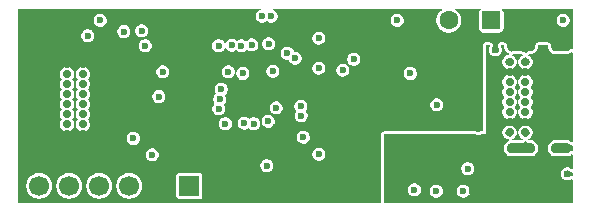
<source format=gbr>
%TF.GenerationSoftware,KiCad,Pcbnew,9.0.4*%
%TF.CreationDate,2025-10-08T22:54:58+01:00*%
%TF.ProjectId,DashcamPower,44617368-6361-46d5-906f-7765722e6b69,rev?*%
%TF.SameCoordinates,Original*%
%TF.FileFunction,Copper,L2,Inr*%
%TF.FilePolarity,Positive*%
%FSLAX46Y46*%
G04 Gerber Fmt 4.6, Leading zero omitted, Abs format (unit mm)*
G04 Created by KiCad (PCBNEW 9.0.4) date 2025-10-08 22:54:58*
%MOMM*%
%LPD*%
G01*
G04 APERTURE LIST*
G04 Aperture macros list*
%AMRoundRect*
0 Rectangle with rounded corners*
0 $1 Rounding radius*
0 $2 $3 $4 $5 $6 $7 $8 $9 X,Y pos of 4 corners*
0 Add a 4 corners polygon primitive as box body*
4,1,4,$2,$3,$4,$5,$6,$7,$8,$9,$2,$3,0*
0 Add four circle primitives for the rounded corners*
1,1,$1+$1,$2,$3*
1,1,$1+$1,$4,$5*
1,1,$1+$1,$6,$7*
1,1,$1+$1,$8,$9*
0 Add four rect primitives between the rounded corners*
20,1,$1+$1,$2,$3,$4,$5,0*
20,1,$1+$1,$4,$5,$6,$7,0*
20,1,$1+$1,$6,$7,$8,$9,0*
20,1,$1+$1,$8,$9,$2,$3,0*%
G04 Aperture macros list end*
%TA.AperFunction,ComponentPad*%
%ADD10C,0.700000*%
%TD*%
%TA.AperFunction,ComponentPad*%
%ADD11O,2.400000X0.900000*%
%TD*%
%TA.AperFunction,ComponentPad*%
%ADD12O,1.700000X0.900000*%
%TD*%
%TA.AperFunction,ComponentPad*%
%ADD13R,1.700000X1.700000*%
%TD*%
%TA.AperFunction,ComponentPad*%
%ADD14C,1.700000*%
%TD*%
%TA.AperFunction,ComponentPad*%
%ADD15RoundRect,0.250000X0.550000X0.550000X-0.550000X0.550000X-0.550000X-0.550000X0.550000X-0.550000X0*%
%TD*%
%TA.AperFunction,ComponentPad*%
%ADD16C,1.600000*%
%TD*%
%TA.AperFunction,ViaPad*%
%ADD17C,0.600000*%
%TD*%
G04 APERTURE END LIST*
D10*
%TO.N,GND*%
%TO.C,J2*%
X109650000Y-102975000D03*
%TO.N,/USB_VOUT*%
X109650000Y-102125000D03*
%TO.N,Net-(J2-CC1)*%
X109650000Y-101275000D03*
%TO.N,Net-(J2-D+-PadA6)*%
X109650000Y-100425000D03*
%TO.N,Net-(J2-D--PadA7)*%
X109650000Y-99575000D03*
%TO.N,unconnected-(J2-SBU1-PadA8)*%
X109650000Y-98725000D03*
%TO.N,/USB_VOUT*%
X109650000Y-97875000D03*
%TO.N,GND*%
X109650000Y-97025000D03*
X111000000Y-97025000D03*
%TO.N,/USB_VOUT*%
X111000000Y-97875000D03*
%TO.N,Net-(J2-CC2)*%
X111000000Y-98725000D03*
%TO.N,Net-(J2-D+-PadA6)*%
X111000000Y-99575000D03*
%TO.N,Net-(J2-D--PadA7)*%
X111000000Y-100425000D03*
%TO.N,unconnected-(J2-SBU2-PadB8)*%
X111000000Y-101275000D03*
%TO.N,/USB_VOUT*%
X111000000Y-102125000D03*
%TO.N,GND*%
X111000000Y-102975000D03*
D11*
X110630000Y-104325000D03*
D12*
X114010000Y-104325000D03*
D11*
X110630000Y-95675000D03*
D12*
X114010000Y-95675000D03*
%TD*%
D13*
%TO.N,/SWD*%
%TO.C,J4*%
X82540000Y-107500000D03*
D14*
%TO.N,GND*%
X80000000Y-107500000D03*
%TO.N,/SWC*%
X77460000Y-107500000D03*
%TO.N,/UTX*%
X74920000Y-107500000D03*
%TO.N,/URX*%
X72380000Y-107500000D03*
%TO.N,+3.3V*%
X69840000Y-107500000D03*
%TD*%
D15*
%TO.N,Net-(LS1-Pad1)*%
%TO.C,LS1*%
X108100000Y-93500000D03*
D16*
%TO.N,Net-(Q3-C)*%
X104500000Y-93500000D03*
%TD*%
D10*
%TO.N,GND*%
%TO.C,J1*%
X73525000Y-97200000D03*
%TO.N,+5V*%
X73525000Y-98050000D03*
%TO.N,Net-(J1-CC1)*%
X73525000Y-98900000D03*
%TO.N,/USB_D_P*%
X73525000Y-99750000D03*
%TO.N,/USB_D_N*%
X73525000Y-100600000D03*
%TO.N,unconnected-(J1-SBU1-PadA8)*%
X73525000Y-101450000D03*
%TO.N,+5V*%
X73525000Y-102300000D03*
%TO.N,GND*%
X73525000Y-103150000D03*
X72175000Y-103150000D03*
%TO.N,+5V*%
X72175000Y-102300000D03*
%TO.N,Net-(J1-CC2)*%
X72175000Y-101450000D03*
%TO.N,/USB_D_P*%
X72175000Y-100600000D03*
%TO.N,/USB_D_N*%
X72175000Y-99750000D03*
%TO.N,unconnected-(J1-SBU2-PadB8)*%
X72175000Y-98900000D03*
%TO.N,+5V*%
X72175000Y-98050000D03*
%TO.N,GND*%
X72175000Y-97200000D03*
D11*
X72545000Y-95850000D03*
D12*
X69165000Y-95850000D03*
D11*
X72545000Y-104500000D03*
D12*
X69165000Y-104500000D03*
%TD*%
D17*
%TO.N,GND*%
X92250000Y-96350000D03*
%TO.N,+5V*%
X75000000Y-93500000D03*
X103450000Y-107950000D03*
X114200000Y-93500000D03*
X105749997Y-107950000D03*
X73950000Y-94800000D03*
X76999000Y-94450000D03*
X101600000Y-107850000D03*
%TO.N,GND*%
X73000000Y-93500000D03*
X88150122Y-105975000D03*
X82750000Y-95800000D03*
X91250000Y-94000000D03*
X78500000Y-105100000D03*
X86450000Y-101000000D03*
X78350000Y-97700000D03*
X87000000Y-93900000D03*
X97650000Y-93400000D03*
X97950000Y-107700000D03*
X89888167Y-102492598D03*
X107000000Y-102650000D03*
X86500000Y-100000000D03*
X106900000Y-98000000D03*
X93500000Y-93000000D03*
X114550000Y-106500000D03*
X68300000Y-100050000D03*
X93450000Y-108250000D03*
X89750000Y-108500000D03*
X82800000Y-97100000D03*
X85000000Y-93900000D03*
X75150000Y-95650000D03*
X87411725Y-98888275D03*
X108450000Y-96000000D03*
X89399998Y-106900000D03*
X86950000Y-105750000D03*
X80150000Y-102950000D03*
X96150000Y-103800000D03*
X71100000Y-93500000D03*
X75800000Y-103400000D03*
X90000000Y-99250000D03*
%TO.N,+3.3V*%
X93500000Y-104850000D03*
X87843800Y-95587988D03*
X91500000Y-96700000D03*
X85050000Y-101000000D03*
X78500000Y-94400000D03*
X89900000Y-100905000D03*
X79400000Y-104900000D03*
X79950000Y-99950000D03*
X80300000Y-97850000D03*
X77800000Y-103500000D03*
X100137500Y-93500748D03*
X78800000Y-95637500D03*
X90850000Y-96300000D03*
X85013075Y-95641883D03*
X87200000Y-102200000D03*
%TO.N,/VCORE*%
X88000000Y-102250000D03*
X86950000Y-95650000D03*
X89256200Y-95500000D03*
%TO.N,/BTN*%
X101250000Y-98000000D03*
%TO.N,Net-(U3-RUN)*%
X92200000Y-103400000D03*
%TO.N,Net-(D1-K)*%
X93500000Y-97550000D03*
X93500000Y-95000000D03*
%TO.N,Net-(D2-K)*%
X96450000Y-96800000D03*
X95538275Y-97711725D03*
%TO.N,/SWC*%
X89223608Y-102047215D03*
%TO.N,/URX*%
X91975000Y-100776200D03*
%TO.N,/UTX*%
X92002616Y-101575726D03*
%TO.N,/SWD*%
X89100000Y-105799998D03*
%TO.N,Net-(Q1-G)*%
X106100000Y-106050000D03*
%TO.N,/USB_RES_D_N*%
X88718301Y-93145685D03*
%TO.N,/USB_RES_D_P*%
X89470701Y-93145685D03*
%TO.N,Net-(R17-Pad2)*%
X103500000Y-100650000D03*
%TO.N,/BUZZER*%
X85600000Y-102250000D03*
%TO.N,/QSPI_SD1*%
X85253400Y-99350000D03*
%TO.N,/QSPI_SD2*%
X85850000Y-97850000D03*
%TO.N,/QSPI_CLK*%
X89611196Y-97815792D03*
%TO.N,/QSPI_SS*%
X85100000Y-100200000D03*
%TO.N,/USB_VOUT*%
X110550000Y-106850000D03*
X103800000Y-104000000D03*
X107950000Y-107000000D03*
X106450000Y-107950000D03*
%TO.N,/QSPI_SD0*%
X87081022Y-97999998D03*
%TO.N,/QSPI_SD3*%
X86150000Y-95600000D03*
%TD*%
%TA.AperFunction,Conductor*%
%TO.N,GND*%
G36*
X88575544Y-92518513D02*
G01*
X88593557Y-92562000D01*
X88575544Y-92605487D01*
X88547975Y-92621404D01*
X88505820Y-92632699D01*
X88505816Y-92632701D01*
X88380287Y-92705175D01*
X88380282Y-92705179D01*
X88277795Y-92807666D01*
X88277791Y-92807671D01*
X88205317Y-92933200D01*
X88205315Y-92933204D01*
X88167801Y-93073207D01*
X88167801Y-93218162D01*
X88205315Y-93358165D01*
X88205316Y-93358167D01*
X88205317Y-93358170D01*
X88277792Y-93483700D01*
X88380286Y-93586194D01*
X88505816Y-93658669D01*
X88505820Y-93658670D01*
X88645824Y-93696185D01*
X88645826Y-93696185D01*
X88790777Y-93696185D01*
X88852507Y-93679643D01*
X88930786Y-93658669D01*
X89056316Y-93586194D01*
X89056324Y-93586185D01*
X89057057Y-93585625D01*
X89057511Y-93585503D01*
X89059807Y-93584178D01*
X89060161Y-93584792D01*
X89102522Y-93573437D01*
X89129051Y-93584426D01*
X89129195Y-93584178D01*
X89131082Y-93585267D01*
X89131945Y-93585625D01*
X89132680Y-93586188D01*
X89132686Y-93586194D01*
X89258216Y-93658669D01*
X89258220Y-93658670D01*
X89398224Y-93696185D01*
X89398226Y-93696185D01*
X89543177Y-93696185D01*
X89604907Y-93679643D01*
X89683186Y-93658669D01*
X89808716Y-93586194D01*
X89911210Y-93483700D01*
X89943213Y-93428270D01*
X99587000Y-93428270D01*
X99587000Y-93573225D01*
X99624514Y-93713228D01*
X99624515Y-93713230D01*
X99624516Y-93713233D01*
X99696991Y-93838763D01*
X99799485Y-93941257D01*
X99925015Y-94013732D01*
X99925019Y-94013733D01*
X100065023Y-94051248D01*
X100065025Y-94051248D01*
X100209976Y-94051248D01*
X100271706Y-94034706D01*
X100349985Y-94013732D01*
X100475515Y-93941257D01*
X100578009Y-93838763D01*
X100650484Y-93713233D01*
X100679897Y-93603465D01*
X100688000Y-93573225D01*
X100688000Y-93428270D01*
X100650485Y-93288267D01*
X100650484Y-93288263D01*
X100578009Y-93162733D01*
X100475515Y-93060239D01*
X100349985Y-92987764D01*
X100349982Y-92987763D01*
X100349980Y-92987762D01*
X100209977Y-92950248D01*
X100209975Y-92950248D01*
X100065025Y-92950248D01*
X100065023Y-92950248D01*
X99925019Y-92987762D01*
X99925015Y-92987764D01*
X99799486Y-93060238D01*
X99799481Y-93060242D01*
X99696994Y-93162729D01*
X99696990Y-93162734D01*
X99624516Y-93288263D01*
X99624514Y-93288267D01*
X99587000Y-93428270D01*
X89943213Y-93428270D01*
X89983685Y-93358170D01*
X90002617Y-93287515D01*
X90021201Y-93218162D01*
X90021201Y-93073207D01*
X89983686Y-92933204D01*
X89983685Y-92933200D01*
X89911210Y-92807670D01*
X89808716Y-92705176D01*
X89683186Y-92632701D01*
X89683183Y-92632700D01*
X89683181Y-92632699D01*
X89641027Y-92621404D01*
X89603684Y-92592750D01*
X89597541Y-92546082D01*
X89626195Y-92508739D01*
X89656945Y-92500500D01*
X103902269Y-92500500D01*
X103945756Y-92518513D01*
X103963769Y-92562000D01*
X103945756Y-92605487D01*
X103936436Y-92613136D01*
X103830345Y-92684022D01*
X103684022Y-92830345D01*
X103569060Y-93002400D01*
X103569056Y-93002408D01*
X103489873Y-93193569D01*
X103489868Y-93193585D01*
X103449500Y-93396531D01*
X103449500Y-93603468D01*
X103489868Y-93806414D01*
X103489873Y-93806430D01*
X103569056Y-93997591D01*
X103569059Y-93997598D01*
X103579840Y-94013733D01*
X103684022Y-94169654D01*
X103830345Y-94315977D01*
X103830344Y-94315977D01*
X103865418Y-94339412D01*
X104002402Y-94430941D01*
X104077351Y-94461986D01*
X104193569Y-94510126D01*
X104193574Y-94510127D01*
X104193580Y-94510130D01*
X104396531Y-94550499D01*
X104396532Y-94550500D01*
X104396535Y-94550500D01*
X104603468Y-94550500D01*
X104603468Y-94550499D01*
X104806420Y-94510130D01*
X104997598Y-94430941D01*
X105169655Y-94315977D01*
X105315977Y-94169655D01*
X105430941Y-93997598D01*
X105510130Y-93806420D01*
X105550499Y-93603468D01*
X105550500Y-93603468D01*
X105550500Y-93396532D01*
X105550499Y-93396531D01*
X105542868Y-93358169D01*
X105510130Y-93193580D01*
X105510127Y-93193574D01*
X105510126Y-93193569D01*
X105460271Y-93073210D01*
X105430941Y-93002402D01*
X105315977Y-92830345D01*
X105169655Y-92684023D01*
X105169654Y-92684022D01*
X105169655Y-92684022D01*
X105063564Y-92613136D01*
X105037413Y-92573998D01*
X105046595Y-92527833D01*
X105085733Y-92501682D01*
X105097731Y-92500500D01*
X107138429Y-92500500D01*
X107181916Y-92518513D01*
X107199929Y-92562000D01*
X107187662Y-92598854D01*
X107170782Y-92621404D01*
X107106205Y-92707666D01*
X107106203Y-92707671D01*
X107055910Y-92842512D01*
X107049500Y-92902128D01*
X107049500Y-94097872D01*
X107055908Y-94157481D01*
X107055909Y-94157485D01*
X107085759Y-94237515D01*
X107106204Y-94292331D01*
X107192454Y-94407546D01*
X107307669Y-94493796D01*
X107442517Y-94544091D01*
X107502127Y-94550500D01*
X108697872Y-94550499D01*
X108757483Y-94544091D01*
X108892331Y-94493796D01*
X109007546Y-94407546D01*
X109093796Y-94292331D01*
X109144091Y-94157483D01*
X109150500Y-94097873D01*
X109150499Y-93427522D01*
X113649500Y-93427522D01*
X113649500Y-93572477D01*
X113687014Y-93712480D01*
X113687015Y-93712482D01*
X113687016Y-93712485D01*
X113759491Y-93838015D01*
X113861985Y-93940509D01*
X113987515Y-94012984D01*
X113987519Y-94012985D01*
X114127523Y-94050500D01*
X114127525Y-94050500D01*
X114272476Y-94050500D01*
X114334206Y-94033958D01*
X114412485Y-94012984D01*
X114538015Y-93940509D01*
X114640509Y-93838015D01*
X114712984Y-93712485D01*
X114727540Y-93658158D01*
X114750500Y-93572477D01*
X114750500Y-93427522D01*
X114716061Y-93298999D01*
X114712984Y-93287515D01*
X114640509Y-93161985D01*
X114538015Y-93059491D01*
X114412485Y-92987016D01*
X114412482Y-92987015D01*
X114412480Y-92987014D01*
X114272477Y-92949500D01*
X114272475Y-92949500D01*
X114127525Y-92949500D01*
X114127523Y-92949500D01*
X113987519Y-92987014D01*
X113987515Y-92987016D01*
X113861986Y-93059490D01*
X113861981Y-93059494D01*
X113759494Y-93161981D01*
X113759490Y-93161986D01*
X113687016Y-93287515D01*
X113687014Y-93287519D01*
X113649500Y-93427522D01*
X109150499Y-93427522D01*
X109150499Y-92902128D01*
X109144091Y-92842517D01*
X109093796Y-92707669D01*
X109093253Y-92706944D01*
X109029218Y-92621404D01*
X109012337Y-92598854D01*
X109000697Y-92553248D01*
X109024715Y-92512767D01*
X109061571Y-92500500D01*
X114938000Y-92500500D01*
X114981487Y-92518513D01*
X114999500Y-92562000D01*
X114999500Y-95846130D01*
X114981487Y-95889617D01*
X114943705Y-95905266D01*
X114943941Y-95906448D01*
X114938001Y-95907629D01*
X114938000Y-95907630D01*
X114937999Y-95907630D01*
X114840229Y-95927077D01*
X114840217Y-95927081D01*
X114813839Y-95938008D01*
X114796737Y-95945092D01*
X114796735Y-95945093D01*
X114796727Y-95945097D01*
X114713851Y-96000473D01*
X114713844Y-96000479D01*
X114697947Y-96016375D01*
X114688630Y-96024021D01*
X114625824Y-96065987D01*
X114615191Y-96071671D01*
X114545397Y-96100580D01*
X114533861Y-96104079D01*
X114489101Y-96112983D01*
X114459766Y-96118818D01*
X114447769Y-96120000D01*
X113572231Y-96120000D01*
X113560233Y-96118818D01*
X113496020Y-96106045D01*
X113486137Y-96104079D01*
X113474601Y-96100580D01*
X113404807Y-96071671D01*
X113394174Y-96065987D01*
X113331370Y-96024022D01*
X113322051Y-96016374D01*
X113268622Y-95962946D01*
X113260973Y-95953626D01*
X113230240Y-95907630D01*
X113219006Y-95890816D01*
X113213325Y-95880186D01*
X113204753Y-95859491D01*
X113184418Y-95810400D01*
X113180920Y-95798867D01*
X113180036Y-95794425D01*
X113166182Y-95724771D01*
X113165000Y-95712773D01*
X113165000Y-95661497D01*
X113164999Y-95661496D01*
X113148678Y-95579447D01*
X113145551Y-95563724D01*
X113127538Y-95520237D01*
X113127537Y-95520235D01*
X113127536Y-95520233D01*
X113082415Y-95452706D01*
X113072153Y-95437348D01*
X113072152Y-95437347D01*
X112989267Y-95381964D01*
X112989261Y-95381961D01*
X112945782Y-95363951D01*
X112945769Y-95363947D01*
X112848003Y-95344500D01*
X112848000Y-95344500D01*
X112142000Y-95344500D01*
X112141997Y-95344500D01*
X112044230Y-95363947D01*
X112044217Y-95363951D01*
X112000733Y-95381963D01*
X111917847Y-95437347D01*
X111862464Y-95520232D01*
X111862461Y-95520238D01*
X111844451Y-95563717D01*
X111844447Y-95563730D01*
X111825000Y-95661496D01*
X111825000Y-95712769D01*
X111823818Y-95724768D01*
X111809079Y-95798861D01*
X111805580Y-95810397D01*
X111776671Y-95880191D01*
X111770987Y-95890824D01*
X111729021Y-95953630D01*
X111721373Y-95962949D01*
X111667949Y-96016373D01*
X111658630Y-96024021D01*
X111595824Y-96065987D01*
X111585191Y-96071671D01*
X111515397Y-96100580D01*
X111503861Y-96104079D01*
X111459101Y-96112983D01*
X111429766Y-96118818D01*
X111417769Y-96120000D01*
X111305548Y-96120000D01*
X111272211Y-96122186D01*
X111272198Y-96122187D01*
X111256258Y-96124286D01*
X111223509Y-96130801D01*
X111134096Y-96174893D01*
X111096759Y-96203543D01*
X111096748Y-96203552D01*
X111044958Y-96262609D01*
X111002743Y-96283428D01*
X110958171Y-96268298D01*
X110947585Y-96256228D01*
X110934108Y-96236059D01*
X110918599Y-96212848D01*
X110904687Y-96203552D01*
X110835713Y-96157464D01*
X110835707Y-96157461D01*
X110792228Y-96139451D01*
X110792215Y-96139447D01*
X110694449Y-96120000D01*
X110694446Y-96120000D01*
X109955554Y-96120000D01*
X109955548Y-96120000D01*
X109922211Y-96122186D01*
X109922198Y-96122187D01*
X109906258Y-96124286D01*
X109873508Y-96130801D01*
X109838533Y-96148049D01*
X109791563Y-96151127D01*
X109767847Y-96136378D01*
X109759114Y-96127645D01*
X109759112Y-96127643D01*
X109759111Y-96127642D01*
X109759109Y-96127640D01*
X109676227Y-96072260D01*
X109676223Y-96072257D01*
X109676219Y-96072255D01*
X109676215Y-96072253D01*
X109674798Y-96071666D01*
X109664177Y-96065988D01*
X109601368Y-96024021D01*
X109592048Y-96016372D01*
X109538622Y-95962946D01*
X109530973Y-95953626D01*
X109500240Y-95907630D01*
X109489006Y-95890816D01*
X109483325Y-95880186D01*
X109474753Y-95859491D01*
X109454418Y-95810400D01*
X109450920Y-95798867D01*
X109450036Y-95794425D01*
X109436182Y-95724771D01*
X109435000Y-95712773D01*
X109435000Y-95661497D01*
X109434999Y-95661496D01*
X109418678Y-95579447D01*
X109415551Y-95563724D01*
X109397538Y-95520237D01*
X109397537Y-95520235D01*
X109397536Y-95520233D01*
X109352415Y-95452706D01*
X109342153Y-95437348D01*
X109342152Y-95437347D01*
X109259267Y-95381964D01*
X109259261Y-95381961D01*
X109215782Y-95363951D01*
X109215769Y-95363947D01*
X109118003Y-95344500D01*
X109118000Y-95344500D01*
X108961243Y-95344500D01*
X108961237Y-95344500D01*
X108895117Y-95353205D01*
X108895112Y-95353206D01*
X108864373Y-95361442D01*
X108802737Y-95386972D01*
X108727787Y-95452704D01*
X108727785Y-95452706D01*
X108699136Y-95490044D01*
X108655047Y-95579447D01*
X108655046Y-95579451D01*
X108648523Y-95678919D01*
X108648524Y-95678925D01*
X108654539Y-95724631D01*
X108654633Y-95725446D01*
X108654666Y-95725596D01*
X108654666Y-95725598D01*
X108654667Y-95725599D01*
X108686712Y-95819999D01*
X108713418Y-95866255D01*
X108720847Y-95879123D01*
X108726990Y-95893954D01*
X108742904Y-95953339D01*
X108745000Y-95969258D01*
X108745000Y-96030739D01*
X108742904Y-96046657D01*
X108741874Y-96050500D01*
X108731955Y-96087519D01*
X108730745Y-96092033D01*
X108730745Y-96092034D01*
X108726989Y-96106050D01*
X108720845Y-96120881D01*
X108690108Y-96174118D01*
X108680335Y-96186855D01*
X108636855Y-96230335D01*
X108624118Y-96240108D01*
X108607852Y-96249500D01*
X108570880Y-96270846D01*
X108556047Y-96276989D01*
X108518664Y-96287005D01*
X108518572Y-96287031D01*
X108496655Y-96292904D01*
X108480737Y-96295000D01*
X108419259Y-96295000D01*
X108403341Y-96292904D01*
X108343951Y-96276990D01*
X108329119Y-96270846D01*
X108275880Y-96240108D01*
X108263143Y-96230335D01*
X108219663Y-96186855D01*
X108209894Y-96174125D01*
X108179148Y-96120872D01*
X108173009Y-96106050D01*
X108157094Y-96046652D01*
X108155000Y-96030742D01*
X108155000Y-95969258D01*
X108157095Y-95953341D01*
X108159305Y-95945092D01*
X108173007Y-95893952D01*
X108179147Y-95879129D01*
X108213288Y-95819997D01*
X108238812Y-95758377D01*
X108247051Y-95727629D01*
X108255757Y-95661500D01*
X108236308Y-95563724D01*
X108218295Y-95520237D01*
X108218294Y-95520235D01*
X108218293Y-95520233D01*
X108173172Y-95452706D01*
X108162910Y-95437348D01*
X108162909Y-95437347D01*
X108080024Y-95381964D01*
X108080018Y-95381961D01*
X108036539Y-95363951D01*
X108036526Y-95363947D01*
X107938760Y-95344500D01*
X107938757Y-95344500D01*
X107711500Y-95344500D01*
X107711497Y-95344500D01*
X107613730Y-95363947D01*
X107613717Y-95363951D01*
X107570233Y-95381963D01*
X107487347Y-95437347D01*
X107431964Y-95520232D01*
X107431961Y-95520238D01*
X107413951Y-95563717D01*
X107413947Y-95563730D01*
X107394500Y-95661496D01*
X107394500Y-102833000D01*
X107376487Y-102876487D01*
X107333000Y-102894500D01*
X107251449Y-102894500D01*
X107185325Y-102903206D01*
X107154582Y-102911443D01*
X107154579Y-102911444D01*
X107140921Y-102917101D01*
X107133306Y-102919685D01*
X107096396Y-102929575D01*
X107096396Y-102929576D01*
X107068080Y-102937163D01*
X107068079Y-102937162D01*
X107051789Y-102941528D01*
X107046654Y-102942904D01*
X107030737Y-102945000D01*
X106969259Y-102945000D01*
X106953341Y-102942904D01*
X106866702Y-102919688D01*
X106859089Y-102917104D01*
X106845427Y-102911446D01*
X106814674Y-102903206D01*
X106748550Y-102894500D01*
X106748547Y-102894500D01*
X99061500Y-102894500D01*
X99061497Y-102894500D01*
X98963730Y-102913947D01*
X98963717Y-102913951D01*
X98920233Y-102931963D01*
X98837347Y-102987347D01*
X98781964Y-103070232D01*
X98781961Y-103070238D01*
X98763951Y-103113717D01*
X98763947Y-103113730D01*
X98744500Y-103211496D01*
X98744500Y-108938000D01*
X98726487Y-108981487D01*
X98683000Y-108999500D01*
X68062000Y-108999500D01*
X68018513Y-108981487D01*
X68000500Y-108938000D01*
X68000500Y-107413385D01*
X68739500Y-107413385D01*
X68739500Y-107586614D01*
X68766598Y-107757703D01*
X68820127Y-107922446D01*
X68898769Y-108076790D01*
X69000584Y-108216926D01*
X69000585Y-108216927D01*
X69000586Y-108216928D01*
X69123072Y-108339414D01*
X69263212Y-108441232D01*
X69417555Y-108519873D01*
X69582296Y-108573401D01*
X69582299Y-108573402D01*
X69753389Y-108600500D01*
X69753393Y-108600500D01*
X69926607Y-108600500D01*
X69926611Y-108600500D01*
X70097701Y-108573402D01*
X70262445Y-108519873D01*
X70416788Y-108441232D01*
X70556928Y-108339414D01*
X70679414Y-108216928D01*
X70781232Y-108076788D01*
X70859873Y-107922445D01*
X70913402Y-107757701D01*
X70940500Y-107586611D01*
X70940500Y-107413389D01*
X70940499Y-107413385D01*
X71279500Y-107413385D01*
X71279500Y-107586614D01*
X71306598Y-107757703D01*
X71360127Y-107922446D01*
X71438769Y-108076790D01*
X71540584Y-108216926D01*
X71540585Y-108216927D01*
X71540586Y-108216928D01*
X71663072Y-108339414D01*
X71803212Y-108441232D01*
X71957555Y-108519873D01*
X72122296Y-108573401D01*
X72122299Y-108573402D01*
X72293389Y-108600500D01*
X72293393Y-108600500D01*
X72466607Y-108600500D01*
X72466611Y-108600500D01*
X72637701Y-108573402D01*
X72802445Y-108519873D01*
X72956788Y-108441232D01*
X73096928Y-108339414D01*
X73219414Y-108216928D01*
X73321232Y-108076788D01*
X73399873Y-107922445D01*
X73453402Y-107757701D01*
X73480500Y-107586611D01*
X73480500Y-107413389D01*
X73480499Y-107413385D01*
X73819500Y-107413385D01*
X73819500Y-107586614D01*
X73846598Y-107757703D01*
X73900127Y-107922446D01*
X73978769Y-108076790D01*
X74080584Y-108216926D01*
X74080585Y-108216927D01*
X74080586Y-108216928D01*
X74203072Y-108339414D01*
X74343212Y-108441232D01*
X74497555Y-108519873D01*
X74662296Y-108573401D01*
X74662299Y-108573402D01*
X74833389Y-108600500D01*
X74833393Y-108600500D01*
X75006607Y-108600500D01*
X75006611Y-108600500D01*
X75177701Y-108573402D01*
X75342445Y-108519873D01*
X75496788Y-108441232D01*
X75636928Y-108339414D01*
X75759414Y-108216928D01*
X75861232Y-108076788D01*
X75939873Y-107922445D01*
X75993402Y-107757701D01*
X76020500Y-107586611D01*
X76020500Y-107413389D01*
X76020499Y-107413385D01*
X76359500Y-107413385D01*
X76359500Y-107586614D01*
X76386598Y-107757703D01*
X76440127Y-107922446D01*
X76518769Y-108076790D01*
X76620584Y-108216926D01*
X76620585Y-108216927D01*
X76620586Y-108216928D01*
X76743072Y-108339414D01*
X76883212Y-108441232D01*
X77037555Y-108519873D01*
X77202296Y-108573401D01*
X77202299Y-108573402D01*
X77373389Y-108600500D01*
X77373393Y-108600500D01*
X77546607Y-108600500D01*
X77546611Y-108600500D01*
X77717701Y-108573402D01*
X77882445Y-108519873D01*
X78036788Y-108441232D01*
X78176928Y-108339414D01*
X78299414Y-108216928D01*
X78401232Y-108076788D01*
X78479873Y-107922445D01*
X78533402Y-107757701D01*
X78560500Y-107586611D01*
X78560500Y-107413389D01*
X78533402Y-107242299D01*
X78479873Y-107077555D01*
X78401232Y-106923212D01*
X78308080Y-106795000D01*
X78299415Y-106783073D01*
X78176926Y-106660584D01*
X78128392Y-106625322D01*
X81439500Y-106625322D01*
X81439500Y-108374677D01*
X81454032Y-108447738D01*
X81481621Y-108489028D01*
X81509399Y-108530601D01*
X81571615Y-108572172D01*
X81592261Y-108585967D01*
X81650473Y-108597545D01*
X81665322Y-108600499D01*
X81665323Y-108600500D01*
X81665326Y-108600500D01*
X83414677Y-108600500D01*
X83414677Y-108600499D01*
X83443980Y-108594670D01*
X83487738Y-108585967D01*
X83487739Y-108585966D01*
X83487740Y-108585966D01*
X83570601Y-108530601D01*
X83625966Y-108447740D01*
X83625966Y-108447739D01*
X83625967Y-108447738D01*
X83640499Y-108374677D01*
X83640500Y-108374677D01*
X83640500Y-106625323D01*
X83640499Y-106625322D01*
X83625967Y-106552261D01*
X83611588Y-106530742D01*
X83570601Y-106469399D01*
X83506544Y-106426598D01*
X83487738Y-106414032D01*
X83414677Y-106399500D01*
X83414674Y-106399500D01*
X81665326Y-106399500D01*
X81665323Y-106399500D01*
X81592261Y-106414032D01*
X81509399Y-106469399D01*
X81454032Y-106552261D01*
X81439500Y-106625322D01*
X78128392Y-106625322D01*
X78036790Y-106558769D01*
X77882446Y-106480127D01*
X77717702Y-106426598D01*
X77717704Y-106426598D01*
X77546614Y-106399500D01*
X77546611Y-106399500D01*
X77373389Y-106399500D01*
X77373385Y-106399500D01*
X77202296Y-106426598D01*
X77037553Y-106480127D01*
X76883209Y-106558769D01*
X76743073Y-106660584D01*
X76743073Y-106660585D01*
X76743072Y-106660586D01*
X76620586Y-106783072D01*
X76620585Y-106783073D01*
X76620584Y-106783073D01*
X76518769Y-106923209D01*
X76440127Y-107077553D01*
X76386598Y-107242296D01*
X76359500Y-107413385D01*
X76020499Y-107413385D01*
X75993402Y-107242299D01*
X75939873Y-107077555D01*
X75861232Y-106923212D01*
X75768080Y-106795000D01*
X75759415Y-106783073D01*
X75636926Y-106660584D01*
X75496790Y-106558769D01*
X75342446Y-106480127D01*
X75177702Y-106426598D01*
X75177704Y-106426598D01*
X75006614Y-106399500D01*
X75006611Y-106399500D01*
X74833389Y-106399500D01*
X74833385Y-106399500D01*
X74662296Y-106426598D01*
X74497553Y-106480127D01*
X74343209Y-106558769D01*
X74203073Y-106660584D01*
X74203073Y-106660585D01*
X74203072Y-106660586D01*
X74080586Y-106783072D01*
X74080585Y-106783073D01*
X74080584Y-106783073D01*
X73978769Y-106923209D01*
X73900127Y-107077553D01*
X73846598Y-107242296D01*
X73819500Y-107413385D01*
X73480499Y-107413385D01*
X73453402Y-107242299D01*
X73399873Y-107077555D01*
X73321232Y-106923212D01*
X73228080Y-106795000D01*
X73219415Y-106783073D01*
X73096926Y-106660584D01*
X72956790Y-106558769D01*
X72802446Y-106480127D01*
X72637702Y-106426598D01*
X72637704Y-106426598D01*
X72466614Y-106399500D01*
X72466611Y-106399500D01*
X72293389Y-106399500D01*
X72293385Y-106399500D01*
X72122296Y-106426598D01*
X71957553Y-106480127D01*
X71803209Y-106558769D01*
X71663073Y-106660584D01*
X71663073Y-106660585D01*
X71663072Y-106660586D01*
X71540586Y-106783072D01*
X71540585Y-106783073D01*
X71540584Y-106783073D01*
X71438769Y-106923209D01*
X71360127Y-107077553D01*
X71306598Y-107242296D01*
X71279500Y-107413385D01*
X70940499Y-107413385D01*
X70913402Y-107242299D01*
X70859873Y-107077555D01*
X70781232Y-106923212D01*
X70688080Y-106795000D01*
X70679415Y-106783073D01*
X70556926Y-106660584D01*
X70416790Y-106558769D01*
X70262446Y-106480127D01*
X70097702Y-106426598D01*
X70097704Y-106426598D01*
X69926614Y-106399500D01*
X69926611Y-106399500D01*
X69753389Y-106399500D01*
X69753385Y-106399500D01*
X69582296Y-106426598D01*
X69417553Y-106480127D01*
X69263209Y-106558769D01*
X69123073Y-106660584D01*
X69123073Y-106660585D01*
X69123072Y-106660586D01*
X69000586Y-106783072D01*
X69000585Y-106783073D01*
X69000584Y-106783073D01*
X68898769Y-106923209D01*
X68820127Y-107077553D01*
X68766598Y-107242296D01*
X68739500Y-107413385D01*
X68000500Y-107413385D01*
X68000500Y-105727520D01*
X88549500Y-105727520D01*
X88549500Y-105872475D01*
X88587014Y-106012478D01*
X88587015Y-106012480D01*
X88587016Y-106012483D01*
X88659491Y-106138013D01*
X88761985Y-106240507D01*
X88887515Y-106312982D01*
X88904062Y-106317415D01*
X89027523Y-106350498D01*
X89027525Y-106350498D01*
X89172476Y-106350498D01*
X89234206Y-106333956D01*
X89312485Y-106312982D01*
X89438015Y-106240507D01*
X89540509Y-106138013D01*
X89612984Y-106012483D01*
X89627540Y-105958156D01*
X89650500Y-105872475D01*
X89650500Y-105727520D01*
X89612985Y-105587517D01*
X89612984Y-105587513D01*
X89540509Y-105461983D01*
X89438015Y-105359489D01*
X89312485Y-105287014D01*
X89312482Y-105287013D01*
X89312480Y-105287012D01*
X89172477Y-105249498D01*
X89172475Y-105249498D01*
X89027525Y-105249498D01*
X89027523Y-105249498D01*
X88887519Y-105287012D01*
X88887515Y-105287014D01*
X88761986Y-105359488D01*
X88761981Y-105359492D01*
X88659494Y-105461979D01*
X88659490Y-105461984D01*
X88587016Y-105587513D01*
X88587014Y-105587517D01*
X88549500Y-105727520D01*
X68000500Y-105727520D01*
X68000500Y-104827522D01*
X78849500Y-104827522D01*
X78849500Y-104972477D01*
X78887014Y-105112480D01*
X78887015Y-105112482D01*
X78887016Y-105112485D01*
X78959491Y-105238015D01*
X79061985Y-105340509D01*
X79187515Y-105412984D01*
X79187519Y-105412985D01*
X79327523Y-105450500D01*
X79327525Y-105450500D01*
X79472476Y-105450500D01*
X79534206Y-105433958D01*
X79612485Y-105412984D01*
X79738015Y-105340509D01*
X79840509Y-105238015D01*
X79912984Y-105112485D01*
X79927540Y-105058158D01*
X79950500Y-104972477D01*
X79950500Y-104827522D01*
X79940288Y-104789412D01*
X79937102Y-104777522D01*
X92949500Y-104777522D01*
X92949500Y-104922477D01*
X92987014Y-105062480D01*
X92987015Y-105062482D01*
X92987016Y-105062485D01*
X93059491Y-105188015D01*
X93161985Y-105290509D01*
X93287515Y-105362984D01*
X93287519Y-105362985D01*
X93427523Y-105400500D01*
X93427525Y-105400500D01*
X93572476Y-105400500D01*
X93634206Y-105383958D01*
X93712485Y-105362984D01*
X93838015Y-105290509D01*
X93940509Y-105188015D01*
X94012984Y-105062485D01*
X94037102Y-104972477D01*
X94050500Y-104922477D01*
X94050500Y-104777522D01*
X94012985Y-104637519D01*
X94012984Y-104637515D01*
X93940509Y-104511985D01*
X93838015Y-104409491D01*
X93712485Y-104337016D01*
X93712482Y-104337015D01*
X93712480Y-104337014D01*
X93572477Y-104299500D01*
X93572475Y-104299500D01*
X93427525Y-104299500D01*
X93427523Y-104299500D01*
X93287519Y-104337014D01*
X93287515Y-104337016D01*
X93161986Y-104409490D01*
X93161981Y-104409494D01*
X93059494Y-104511981D01*
X93059490Y-104511986D01*
X92987016Y-104637515D01*
X92987014Y-104637519D01*
X92949500Y-104777522D01*
X79937102Y-104777522D01*
X79912985Y-104687519D01*
X79912984Y-104687515D01*
X79840509Y-104561985D01*
X79738015Y-104459491D01*
X79612485Y-104387016D01*
X79612482Y-104387015D01*
X79612480Y-104387014D01*
X79472477Y-104349500D01*
X79472475Y-104349500D01*
X79327525Y-104349500D01*
X79327523Y-104349500D01*
X79187519Y-104387014D01*
X79187515Y-104387016D01*
X79061986Y-104459490D01*
X79061981Y-104459494D01*
X78959494Y-104561981D01*
X78959490Y-104561986D01*
X78887016Y-104687515D01*
X78887014Y-104687519D01*
X78849500Y-104827522D01*
X68000500Y-104827522D01*
X68000500Y-103427522D01*
X77249500Y-103427522D01*
X77249500Y-103572477D01*
X77287014Y-103712480D01*
X77287015Y-103712482D01*
X77287016Y-103712485D01*
X77359491Y-103838015D01*
X77461985Y-103940509D01*
X77587515Y-104012984D01*
X77587519Y-104012985D01*
X77727523Y-104050500D01*
X77727525Y-104050500D01*
X77872476Y-104050500D01*
X77934206Y-104033958D01*
X78012485Y-104012984D01*
X78138015Y-103940509D01*
X78240509Y-103838015D01*
X78312984Y-103712485D01*
X78336093Y-103626243D01*
X78350500Y-103572477D01*
X78350500Y-103427522D01*
X78326890Y-103339412D01*
X78326890Y-103339411D01*
X78323704Y-103327522D01*
X91649500Y-103327522D01*
X91649500Y-103472477D01*
X91687014Y-103612480D01*
X91687015Y-103612482D01*
X91687016Y-103612485D01*
X91759491Y-103738015D01*
X91861985Y-103840509D01*
X91987515Y-103912984D01*
X91987519Y-103912985D01*
X92127523Y-103950500D01*
X92127525Y-103950500D01*
X92272476Y-103950500D01*
X92334206Y-103933958D01*
X92412485Y-103912984D01*
X92538015Y-103840509D01*
X92640509Y-103738015D01*
X92712984Y-103612485D01*
X92727540Y-103558158D01*
X92750500Y-103472477D01*
X92750500Y-103327522D01*
X92712985Y-103187519D01*
X92712984Y-103187515D01*
X92640509Y-103061985D01*
X92538015Y-102959491D01*
X92412485Y-102887016D01*
X92412482Y-102887015D01*
X92412480Y-102887014D01*
X92272477Y-102849500D01*
X92272475Y-102849500D01*
X92127525Y-102849500D01*
X92127523Y-102849500D01*
X91987519Y-102887014D01*
X91987515Y-102887016D01*
X91861986Y-102959490D01*
X91861981Y-102959494D01*
X91759494Y-103061981D01*
X91759490Y-103061986D01*
X91687016Y-103187515D01*
X91687014Y-103187519D01*
X91649500Y-103327522D01*
X78323704Y-103327522D01*
X78312986Y-103287521D01*
X78312985Y-103287519D01*
X78312984Y-103287515D01*
X78240509Y-103161985D01*
X78138015Y-103059491D01*
X78012485Y-102987016D01*
X78012482Y-102987015D01*
X78012480Y-102987014D01*
X77872477Y-102949500D01*
X77872475Y-102949500D01*
X77727525Y-102949500D01*
X77727523Y-102949500D01*
X77587519Y-102987014D01*
X77587515Y-102987016D01*
X77461986Y-103059490D01*
X77461981Y-103059494D01*
X77359494Y-103161981D01*
X77359490Y-103161986D01*
X77287016Y-103287515D01*
X77287014Y-103287519D01*
X77249500Y-103427522D01*
X68000500Y-103427522D01*
X68000500Y-97970940D01*
X71574500Y-97970940D01*
X71574500Y-98129059D01*
X71615421Y-98281779D01*
X71615422Y-98281781D01*
X71615423Y-98281784D01*
X71694480Y-98418716D01*
X71694483Y-98418719D01*
X71707277Y-98431513D01*
X71725290Y-98475000D01*
X71707277Y-98518487D01*
X71694483Y-98531280D01*
X71694479Y-98531285D01*
X71615423Y-98668216D01*
X71615421Y-98668220D01*
X71574500Y-98820940D01*
X71574500Y-98979059D01*
X71615421Y-99131779D01*
X71615422Y-99131781D01*
X71615423Y-99131784D01*
X71694480Y-99268716D01*
X71694483Y-99268719D01*
X71707277Y-99281513D01*
X71725290Y-99325000D01*
X71707277Y-99368487D01*
X71694483Y-99381280D01*
X71694479Y-99381285D01*
X71615423Y-99518216D01*
X71615421Y-99518220D01*
X71574500Y-99670940D01*
X71574500Y-99829059D01*
X71615421Y-99981779D01*
X71615422Y-99981781D01*
X71615423Y-99981784D01*
X71694480Y-100118716D01*
X71694483Y-100118719D01*
X71707277Y-100131513D01*
X71725290Y-100175000D01*
X71707277Y-100218487D01*
X71694483Y-100231280D01*
X71694479Y-100231285D01*
X71615423Y-100368216D01*
X71615421Y-100368220D01*
X71574500Y-100520940D01*
X71574500Y-100679059D01*
X71615421Y-100831779D01*
X71615422Y-100831781D01*
X71615423Y-100831784D01*
X71694480Y-100968716D01*
X71694483Y-100968719D01*
X71707277Y-100981513D01*
X71725290Y-101025000D01*
X71707277Y-101068487D01*
X71694483Y-101081280D01*
X71694479Y-101081285D01*
X71615423Y-101218216D01*
X71615421Y-101218220D01*
X71574500Y-101370940D01*
X71574500Y-101529059D01*
X71615421Y-101681779D01*
X71615422Y-101681781D01*
X71615423Y-101681784D01*
X71694480Y-101818716D01*
X71694483Y-101818719D01*
X71707277Y-101831513D01*
X71725290Y-101875000D01*
X71707277Y-101918487D01*
X71694483Y-101931280D01*
X71694479Y-101931285D01*
X71615423Y-102068216D01*
X71615421Y-102068220D01*
X71574500Y-102220940D01*
X71574500Y-102379059D01*
X71615421Y-102531779D01*
X71615422Y-102531781D01*
X71615423Y-102531784D01*
X71694480Y-102668716D01*
X71806284Y-102780520D01*
X71943216Y-102859577D01*
X71943220Y-102859578D01*
X72095941Y-102900500D01*
X72095943Y-102900500D01*
X72254058Y-102900500D01*
X72343675Y-102876487D01*
X72406784Y-102859577D01*
X72543716Y-102780520D01*
X72655520Y-102668716D01*
X72734577Y-102531784D01*
X72766543Y-102412485D01*
X72775500Y-102379059D01*
X72775500Y-102220940D01*
X72734578Y-102068220D01*
X72734577Y-102068216D01*
X72655520Y-101931284D01*
X72642723Y-101918487D01*
X72624710Y-101875000D01*
X72642723Y-101831513D01*
X72655520Y-101818716D01*
X72734577Y-101681784D01*
X72754694Y-101606705D01*
X72775500Y-101529059D01*
X72775500Y-101370940D01*
X72734578Y-101218220D01*
X72734577Y-101218216D01*
X72655520Y-101081284D01*
X72642723Y-101068487D01*
X72624710Y-101025000D01*
X72642723Y-100981513D01*
X72646761Y-100977475D01*
X72655520Y-100968716D01*
X72734577Y-100831784D01*
X72765705Y-100715612D01*
X72775500Y-100679059D01*
X72775500Y-100520940D01*
X72734578Y-100368220D01*
X72734577Y-100368216D01*
X72655520Y-100231284D01*
X72642723Y-100218487D01*
X72624710Y-100175000D01*
X72642723Y-100131513D01*
X72646714Y-100127522D01*
X72655520Y-100118716D01*
X72734577Y-99981784D01*
X72766678Y-99861981D01*
X72775500Y-99829059D01*
X72775500Y-99670940D01*
X72734578Y-99518220D01*
X72734577Y-99518216D01*
X72655520Y-99381284D01*
X72642723Y-99368487D01*
X72624710Y-99325000D01*
X72642723Y-99281513D01*
X72646714Y-99277522D01*
X72655520Y-99268716D01*
X72734577Y-99131784D01*
X72766678Y-99011981D01*
X72775500Y-98979059D01*
X72775500Y-98820940D01*
X72734578Y-98668220D01*
X72734577Y-98668216D01*
X72655520Y-98531284D01*
X72642723Y-98518487D01*
X72624710Y-98475000D01*
X72642723Y-98431513D01*
X72655520Y-98418716D01*
X72734577Y-98281784D01*
X72753147Y-98212480D01*
X72775500Y-98129059D01*
X72775500Y-97970940D01*
X72924500Y-97970940D01*
X72924500Y-98129059D01*
X72965421Y-98281779D01*
X72965422Y-98281781D01*
X72965423Y-98281784D01*
X73044480Y-98418716D01*
X73044483Y-98418719D01*
X73057277Y-98431513D01*
X73075290Y-98475000D01*
X73057277Y-98518487D01*
X73044483Y-98531280D01*
X73044479Y-98531285D01*
X72965423Y-98668216D01*
X72965421Y-98668220D01*
X72924500Y-98820940D01*
X72924500Y-98979059D01*
X72965421Y-99131779D01*
X72965422Y-99131781D01*
X72965423Y-99131784D01*
X73044480Y-99268716D01*
X73044483Y-99268719D01*
X73057277Y-99281513D01*
X73075290Y-99325000D01*
X73057277Y-99368487D01*
X73044483Y-99381280D01*
X73044479Y-99381285D01*
X72965423Y-99518216D01*
X72965421Y-99518220D01*
X72924500Y-99670940D01*
X72924500Y-99829059D01*
X72965421Y-99981779D01*
X72965422Y-99981781D01*
X72965423Y-99981784D01*
X73044480Y-100118716D01*
X73044483Y-100118719D01*
X73057277Y-100131513D01*
X73075290Y-100175000D01*
X73057277Y-100218487D01*
X73044483Y-100231280D01*
X73044479Y-100231285D01*
X72965423Y-100368216D01*
X72965421Y-100368220D01*
X72924500Y-100520940D01*
X72924500Y-100679059D01*
X72965421Y-100831779D01*
X72965422Y-100831781D01*
X72965423Y-100831784D01*
X73044480Y-100968716D01*
X73044483Y-100968719D01*
X73057277Y-100981513D01*
X73075290Y-101025000D01*
X73057277Y-101068487D01*
X73044483Y-101081280D01*
X73044479Y-101081285D01*
X72965423Y-101218216D01*
X72965421Y-101218220D01*
X72924500Y-101370940D01*
X72924500Y-101529059D01*
X72965421Y-101681779D01*
X72965422Y-101681781D01*
X72965423Y-101681784D01*
X73044480Y-101818716D01*
X73044483Y-101818719D01*
X73057277Y-101831513D01*
X73075290Y-101875000D01*
X73057277Y-101918487D01*
X73044483Y-101931280D01*
X73044479Y-101931285D01*
X72965423Y-102068216D01*
X72965421Y-102068220D01*
X72924500Y-102220940D01*
X72924500Y-102379059D01*
X72965421Y-102531779D01*
X72965422Y-102531781D01*
X72965423Y-102531784D01*
X73044480Y-102668716D01*
X73156284Y-102780520D01*
X73293216Y-102859577D01*
X73293220Y-102859578D01*
X73445941Y-102900500D01*
X73445943Y-102900500D01*
X73604058Y-102900500D01*
X73693675Y-102876487D01*
X73756784Y-102859577D01*
X73893716Y-102780520D01*
X74005520Y-102668716D01*
X74084577Y-102531784D01*
X74116543Y-102412485D01*
X74125500Y-102379059D01*
X74125500Y-102220940D01*
X74125499Y-102220938D01*
X74117052Y-102189411D01*
X74113866Y-102177522D01*
X85049500Y-102177522D01*
X85049500Y-102322477D01*
X85087014Y-102462480D01*
X85087015Y-102462482D01*
X85087016Y-102462485D01*
X85159491Y-102588015D01*
X85261985Y-102690509D01*
X85387515Y-102762984D01*
X85404062Y-102767417D01*
X85527523Y-102800500D01*
X85527525Y-102800500D01*
X85672476Y-102800500D01*
X85734206Y-102783958D01*
X85812485Y-102762984D01*
X85938015Y-102690509D01*
X86040509Y-102588015D01*
X86112984Y-102462485D01*
X86135339Y-102379057D01*
X86150500Y-102322477D01*
X86150500Y-102177522D01*
X86140288Y-102139412D01*
X86137102Y-102127522D01*
X86649500Y-102127522D01*
X86649500Y-102272477D01*
X86687014Y-102412480D01*
X86687015Y-102412482D01*
X86687016Y-102412485D01*
X86759491Y-102538015D01*
X86861985Y-102640509D01*
X86987515Y-102712984D01*
X86987519Y-102712985D01*
X87127523Y-102750500D01*
X87127525Y-102750500D01*
X87272476Y-102750500D01*
X87365775Y-102725500D01*
X87412485Y-102712984D01*
X87538015Y-102640509D01*
X87538016Y-102640507D01*
X87541506Y-102638493D01*
X87542280Y-102639834D01*
X87582537Y-102629042D01*
X87618006Y-102646530D01*
X87661985Y-102690509D01*
X87787515Y-102762984D01*
X87804062Y-102767417D01*
X87927523Y-102800500D01*
X87927525Y-102800500D01*
X88072476Y-102800500D01*
X88134206Y-102783958D01*
X88212485Y-102762984D01*
X88338015Y-102690509D01*
X88440509Y-102588015D01*
X88512984Y-102462485D01*
X88535339Y-102379057D01*
X88550500Y-102322477D01*
X88550500Y-102177522D01*
X88512985Y-102037519D01*
X88512984Y-102037515D01*
X88476739Y-101974737D01*
X88673108Y-101974737D01*
X88673108Y-102119692D01*
X88710622Y-102259695D01*
X88710623Y-102259697D01*
X88710624Y-102259700D01*
X88783099Y-102385230D01*
X88885593Y-102487724D01*
X89011123Y-102560199D01*
X89011127Y-102560200D01*
X89151131Y-102597715D01*
X89151133Y-102597715D01*
X89296084Y-102597715D01*
X89357814Y-102581173D01*
X89436093Y-102560199D01*
X89561623Y-102487724D01*
X89664117Y-102385230D01*
X89736592Y-102259700D01*
X89758612Y-102177522D01*
X89774108Y-102119692D01*
X89774108Y-101974737D01*
X89736593Y-101834734D01*
X89736592Y-101834730D01*
X89664117Y-101709200D01*
X89561623Y-101606706D01*
X89436093Y-101534231D01*
X89436090Y-101534230D01*
X89436088Y-101534229D01*
X89296085Y-101496715D01*
X89296083Y-101496715D01*
X89151133Y-101496715D01*
X89151131Y-101496715D01*
X89011127Y-101534229D01*
X89011123Y-101534231D01*
X88885594Y-101606705D01*
X88885589Y-101606709D01*
X88783102Y-101709196D01*
X88783098Y-101709201D01*
X88710624Y-101834730D01*
X88710622Y-101834734D01*
X88673108Y-101974737D01*
X88476739Y-101974737D01*
X88440509Y-101911985D01*
X88338015Y-101809491D01*
X88212485Y-101737016D01*
X88212482Y-101737015D01*
X88212480Y-101737014D01*
X88072477Y-101699500D01*
X88072475Y-101699500D01*
X87927525Y-101699500D01*
X87927523Y-101699500D01*
X87787519Y-101737014D01*
X87787515Y-101737016D01*
X87661985Y-101809491D01*
X87661983Y-101809492D01*
X87658494Y-101811507D01*
X87657723Y-101810171D01*
X87617432Y-101820953D01*
X87581993Y-101803469D01*
X87538018Y-101759494D01*
X87538015Y-101759491D01*
X87412485Y-101687016D01*
X87412482Y-101687015D01*
X87412480Y-101687014D01*
X87272477Y-101649500D01*
X87272475Y-101649500D01*
X87127525Y-101649500D01*
X87127523Y-101649500D01*
X86987519Y-101687014D01*
X86987515Y-101687016D01*
X86861986Y-101759490D01*
X86861981Y-101759494D01*
X86759494Y-101861981D01*
X86759490Y-101861986D01*
X86687016Y-101987515D01*
X86687014Y-101987519D01*
X86649500Y-102127522D01*
X86137102Y-102127522D01*
X86112985Y-102037519D01*
X86112984Y-102037515D01*
X86040509Y-101911985D01*
X85938015Y-101809491D01*
X85812485Y-101737016D01*
X85812482Y-101737015D01*
X85812480Y-101737014D01*
X85672477Y-101699500D01*
X85672475Y-101699500D01*
X85527525Y-101699500D01*
X85527523Y-101699500D01*
X85387519Y-101737014D01*
X85387515Y-101737016D01*
X85261986Y-101809490D01*
X85261981Y-101809494D01*
X85159494Y-101911981D01*
X85159490Y-101911986D01*
X85087016Y-102037515D01*
X85087014Y-102037519D01*
X85049500Y-102177522D01*
X74113866Y-102177522D01*
X74084578Y-102068220D01*
X74084577Y-102068216D01*
X74005520Y-101931284D01*
X73992723Y-101918487D01*
X73974710Y-101875000D01*
X73992723Y-101831513D01*
X74005520Y-101818716D01*
X74084577Y-101681784D01*
X74104694Y-101606705D01*
X74125500Y-101529059D01*
X74125500Y-101370940D01*
X74084578Y-101218220D01*
X74084577Y-101218216D01*
X74005520Y-101081284D01*
X73992723Y-101068487D01*
X73974710Y-101025000D01*
X73984751Y-100991322D01*
X73988230Y-100986005D01*
X74005520Y-100968716D01*
X74029303Y-100927522D01*
X84499500Y-100927522D01*
X84499500Y-101072477D01*
X84537014Y-101212480D01*
X84537015Y-101212482D01*
X84537016Y-101212485D01*
X84609491Y-101338015D01*
X84711985Y-101440509D01*
X84837515Y-101512984D01*
X84837519Y-101512985D01*
X84977523Y-101550500D01*
X84977525Y-101550500D01*
X85122476Y-101550500D01*
X85202500Y-101529057D01*
X85262485Y-101512984D01*
X85388015Y-101440509D01*
X85490509Y-101338015D01*
X85562984Y-101212485D01*
X85580723Y-101146284D01*
X85600500Y-101072477D01*
X85600500Y-100927522D01*
X85578230Y-100844412D01*
X85575044Y-100832522D01*
X89349500Y-100832522D01*
X89349500Y-100977477D01*
X89387014Y-101117480D01*
X89387015Y-101117482D01*
X89387016Y-101117485D01*
X89459491Y-101243015D01*
X89561985Y-101345509D01*
X89687515Y-101417984D01*
X89687519Y-101417985D01*
X89827523Y-101455500D01*
X89827525Y-101455500D01*
X89972476Y-101455500D01*
X90034206Y-101438958D01*
X90112485Y-101417984D01*
X90238015Y-101345509D01*
X90340509Y-101243015D01*
X90412984Y-101117485D01*
X90446790Y-100991322D01*
X90450500Y-100977477D01*
X90450500Y-100832522D01*
X90419173Y-100715612D01*
X90419173Y-100715611D01*
X90415987Y-100703722D01*
X91424500Y-100703722D01*
X91424500Y-100848677D01*
X91462014Y-100988680D01*
X91462015Y-100988682D01*
X91462016Y-100988685D01*
X91534491Y-101114215D01*
X91534494Y-101114218D01*
X91566560Y-101146284D01*
X91584573Y-101189771D01*
X91566560Y-101233258D01*
X91562110Y-101237707D01*
X91562106Y-101237712D01*
X91489632Y-101363241D01*
X91489630Y-101363245D01*
X91452116Y-101503248D01*
X91452116Y-101648203D01*
X91489630Y-101788206D01*
X91489631Y-101788208D01*
X91489632Y-101788211D01*
X91562107Y-101913741D01*
X91664601Y-102016235D01*
X91790131Y-102088710D01*
X91790135Y-102088711D01*
X91930139Y-102126226D01*
X91930141Y-102126226D01*
X92075092Y-102126226D01*
X92136822Y-102109684D01*
X92215101Y-102088710D01*
X92340631Y-102016235D01*
X92443125Y-101913741D01*
X92515600Y-101788211D01*
X92536772Y-101709196D01*
X92553116Y-101648203D01*
X92553116Y-101503248D01*
X92515601Y-101363245D01*
X92515600Y-101363241D01*
X92443125Y-101237711D01*
X92411056Y-101205642D01*
X92393043Y-101162155D01*
X92411056Y-101118668D01*
X92412244Y-101117480D01*
X92415509Y-101114215D01*
X92487984Y-100988685D01*
X92521801Y-100862480D01*
X92525500Y-100848677D01*
X92525500Y-100703722D01*
X92494870Y-100589412D01*
X92491684Y-100577522D01*
X102949500Y-100577522D01*
X102949500Y-100722477D01*
X102987014Y-100862480D01*
X102987015Y-100862482D01*
X102987016Y-100862485D01*
X103059491Y-100988015D01*
X103161985Y-101090509D01*
X103287515Y-101162984D01*
X103287519Y-101162985D01*
X103427523Y-101200500D01*
X103427525Y-101200500D01*
X103572476Y-101200500D01*
X103634206Y-101183958D01*
X103712485Y-101162984D01*
X103838015Y-101090509D01*
X103940509Y-100988015D01*
X104012984Y-100862485D01*
X104033071Y-100787519D01*
X104050500Y-100722477D01*
X104050500Y-100577522D01*
X104013164Y-100438186D01*
X104012984Y-100437515D01*
X103940509Y-100311985D01*
X103838015Y-100209491D01*
X103712485Y-100137016D01*
X103712482Y-100137015D01*
X103712480Y-100137014D01*
X103572477Y-100099500D01*
X103572475Y-100099500D01*
X103427525Y-100099500D01*
X103427523Y-100099500D01*
X103287519Y-100137014D01*
X103287515Y-100137016D01*
X103161986Y-100209490D01*
X103161981Y-100209494D01*
X103059494Y-100311981D01*
X103059490Y-100311986D01*
X102987016Y-100437515D01*
X102987014Y-100437519D01*
X102949500Y-100577522D01*
X92491684Y-100577522D01*
X92487985Y-100563719D01*
X92487984Y-100563715D01*
X92415509Y-100438185D01*
X92313015Y-100335691D01*
X92187485Y-100263216D01*
X92187482Y-100263215D01*
X92187480Y-100263214D01*
X92047477Y-100225700D01*
X92047475Y-100225700D01*
X91902525Y-100225700D01*
X91902523Y-100225700D01*
X91762519Y-100263214D01*
X91762515Y-100263216D01*
X91636986Y-100335690D01*
X91636981Y-100335694D01*
X91534494Y-100438181D01*
X91534490Y-100438186D01*
X91462016Y-100563715D01*
X91462014Y-100563719D01*
X91424500Y-100703722D01*
X90415987Y-100703722D01*
X90412986Y-100692521D01*
X90412985Y-100692519D01*
X90412984Y-100692515D01*
X90340509Y-100566985D01*
X90238015Y-100464491D01*
X90112485Y-100392016D01*
X90112482Y-100392015D01*
X90112480Y-100392014D01*
X89972477Y-100354500D01*
X89972475Y-100354500D01*
X89827525Y-100354500D01*
X89827523Y-100354500D01*
X89687519Y-100392014D01*
X89687515Y-100392016D01*
X89561986Y-100464490D01*
X89561981Y-100464494D01*
X89459494Y-100566981D01*
X89459490Y-100566986D01*
X89387016Y-100692515D01*
X89387014Y-100692519D01*
X89349500Y-100832522D01*
X85575044Y-100832522D01*
X85562985Y-100787519D01*
X85562984Y-100787515D01*
X85490509Y-100661985D01*
X85490507Y-100661983D01*
X85488493Y-100658494D01*
X85489831Y-100657721D01*
X85479044Y-100617449D01*
X85496528Y-100581995D01*
X85540509Y-100538015D01*
X85612984Y-100412485D01*
X85633561Y-100335691D01*
X85650500Y-100272477D01*
X85650500Y-100127522D01*
X85612985Y-99987519D01*
X85612984Y-99987515D01*
X85553034Y-99883680D01*
X85546892Y-99837014D01*
X85575544Y-99799671D01*
X85591415Y-99790509D01*
X85693909Y-99688015D01*
X85766384Y-99562485D01*
X85800004Y-99437016D01*
X85803900Y-99422477D01*
X85803900Y-99277522D01*
X85766385Y-99137519D01*
X85766384Y-99137515D01*
X85693909Y-99011985D01*
X85591415Y-98909491D01*
X85465885Y-98837016D01*
X85465882Y-98837015D01*
X85465880Y-98837014D01*
X85325877Y-98799500D01*
X85325875Y-98799500D01*
X85180925Y-98799500D01*
X85180923Y-98799500D01*
X85040919Y-98837014D01*
X85040915Y-98837016D01*
X84915386Y-98909490D01*
X84915381Y-98909494D01*
X84812894Y-99011981D01*
X84812890Y-99011986D01*
X84740416Y-99137515D01*
X84740414Y-99137519D01*
X84702900Y-99277522D01*
X84702900Y-99422477D01*
X84740414Y-99562480D01*
X84740415Y-99562482D01*
X84740416Y-99562485D01*
X84768993Y-99611981D01*
X84800364Y-99666317D01*
X84806507Y-99712984D01*
X84777856Y-99750326D01*
X84761986Y-99759489D01*
X84659494Y-99861981D01*
X84659490Y-99861986D01*
X84587016Y-99987515D01*
X84587014Y-99987519D01*
X84549500Y-100127522D01*
X84549500Y-100272477D01*
X84587014Y-100412480D01*
X84587015Y-100412482D01*
X84587016Y-100412485D01*
X84659490Y-100538013D01*
X84661507Y-100541506D01*
X84660168Y-100542278D01*
X84670955Y-100582554D01*
X84653470Y-100618006D01*
X84609490Y-100661986D01*
X84537016Y-100787515D01*
X84537014Y-100787519D01*
X84499500Y-100927522D01*
X74029303Y-100927522D01*
X74084577Y-100831784D01*
X74115705Y-100715612D01*
X74125500Y-100679059D01*
X74125500Y-100520940D01*
X74084578Y-100368220D01*
X74084577Y-100368216D01*
X74005520Y-100231284D01*
X73992723Y-100218487D01*
X73974710Y-100175000D01*
X73992723Y-100131513D01*
X73996714Y-100127522D01*
X74005520Y-100118716D01*
X74084577Y-99981784D01*
X74110864Y-99883681D01*
X74112514Y-99877522D01*
X79399500Y-99877522D01*
X79399500Y-100022477D01*
X79437014Y-100162480D01*
X79437015Y-100162482D01*
X79437016Y-100162485D01*
X79509491Y-100288015D01*
X79611985Y-100390509D01*
X79737515Y-100462984D01*
X79754062Y-100467417D01*
X79877523Y-100500500D01*
X79877525Y-100500500D01*
X80022476Y-100500500D01*
X80084206Y-100483958D01*
X80162485Y-100462984D01*
X80288015Y-100390509D01*
X80390509Y-100288015D01*
X80462984Y-100162485D01*
X80479861Y-100099500D01*
X80500500Y-100022477D01*
X80500500Y-99877522D01*
X80462985Y-99737519D01*
X80462984Y-99737515D01*
X80390509Y-99611985D01*
X80288015Y-99509491D01*
X80162485Y-99437016D01*
X80162482Y-99437015D01*
X80162480Y-99437014D01*
X80022477Y-99399500D01*
X80022475Y-99399500D01*
X79877525Y-99399500D01*
X79877523Y-99399500D01*
X79737519Y-99437014D01*
X79737515Y-99437016D01*
X79611986Y-99509490D01*
X79611981Y-99509494D01*
X79509494Y-99611981D01*
X79509490Y-99611986D01*
X79437016Y-99737515D01*
X79437014Y-99737519D01*
X79399500Y-99877522D01*
X74112514Y-99877522D01*
X74117859Y-99857576D01*
X74117859Y-99857575D01*
X74125499Y-99829061D01*
X74125500Y-99829059D01*
X74125500Y-99670940D01*
X74084578Y-99518220D01*
X74084577Y-99518216D01*
X74005520Y-99381284D01*
X73992723Y-99368487D01*
X73974710Y-99325000D01*
X73992723Y-99281513D01*
X73996714Y-99277522D01*
X74005520Y-99268716D01*
X74084577Y-99131784D01*
X74116678Y-99011981D01*
X74125500Y-98979059D01*
X74125500Y-98820940D01*
X74084578Y-98668220D01*
X74084577Y-98668216D01*
X74005520Y-98531284D01*
X73992723Y-98518487D01*
X73974710Y-98475000D01*
X73992723Y-98431513D01*
X74005520Y-98418716D01*
X74084577Y-98281784D01*
X74103147Y-98212480D01*
X74125500Y-98129059D01*
X74125500Y-97970940D01*
X74084578Y-97818220D01*
X74084577Y-97818216D01*
X74061083Y-97777522D01*
X79749500Y-97777522D01*
X79749500Y-97922477D01*
X79787014Y-98062480D01*
X79787015Y-98062482D01*
X79787016Y-98062485D01*
X79859491Y-98188015D01*
X79961985Y-98290509D01*
X80087515Y-98362984D01*
X80104062Y-98367417D01*
X80227523Y-98400500D01*
X80227525Y-98400500D01*
X80372476Y-98400500D01*
X80434206Y-98383958D01*
X80512485Y-98362984D01*
X80638015Y-98290509D01*
X80740509Y-98188015D01*
X80812984Y-98062485D01*
X80849147Y-97927525D01*
X80850500Y-97922477D01*
X80850500Y-97777522D01*
X85299500Y-97777522D01*
X85299500Y-97922477D01*
X85337014Y-98062480D01*
X85337015Y-98062482D01*
X85337016Y-98062485D01*
X85409491Y-98188015D01*
X85511985Y-98290509D01*
X85637515Y-98362984D01*
X85654062Y-98367417D01*
X85777523Y-98400500D01*
X85777525Y-98400500D01*
X85922476Y-98400500D01*
X85984206Y-98383958D01*
X86062485Y-98362984D01*
X86188015Y-98290509D01*
X86290509Y-98188015D01*
X86362984Y-98062485D01*
X86399147Y-97927525D01*
X86399148Y-97927520D01*
X86530522Y-97927520D01*
X86530522Y-98072475D01*
X86568036Y-98212478D01*
X86568037Y-98212480D01*
X86568038Y-98212483D01*
X86640513Y-98338013D01*
X86743007Y-98440507D01*
X86868537Y-98512982D01*
X86868548Y-98512985D01*
X87008545Y-98550498D01*
X87008547Y-98550498D01*
X87153498Y-98550498D01*
X87225219Y-98531280D01*
X87293507Y-98512982D01*
X87419037Y-98440507D01*
X87521531Y-98338013D01*
X87594006Y-98212483D01*
X87631521Y-98072477D01*
X87631522Y-98072475D01*
X87631522Y-97927520D01*
X87594007Y-97787517D01*
X87594006Y-97787513D01*
X87594003Y-97787507D01*
X87583919Y-97770041D01*
X87583917Y-97770038D01*
X87568488Y-97743314D01*
X89060696Y-97743314D01*
X89060696Y-97888269D01*
X89098210Y-98028272D01*
X89098211Y-98028274D01*
X89098212Y-98028277D01*
X89170687Y-98153807D01*
X89273181Y-98256301D01*
X89398711Y-98328776D01*
X89398715Y-98328777D01*
X89538719Y-98366292D01*
X89538721Y-98366292D01*
X89683672Y-98366292D01*
X89745402Y-98349750D01*
X89823681Y-98328776D01*
X89949211Y-98256301D01*
X90051705Y-98153807D01*
X90124180Y-98028277D01*
X90151177Y-97927525D01*
X90161696Y-97888269D01*
X90161696Y-97743314D01*
X90124181Y-97603311D01*
X90124180Y-97603307D01*
X90104649Y-97569479D01*
X90066989Y-97504249D01*
X90066987Y-97504247D01*
X90051705Y-97477777D01*
X90051450Y-97477522D01*
X92949500Y-97477522D01*
X92949500Y-97622477D01*
X92987014Y-97762480D01*
X92987015Y-97762482D01*
X92987016Y-97762485D01*
X93059491Y-97888015D01*
X93161985Y-97990509D01*
X93287515Y-98062984D01*
X93287519Y-98062985D01*
X93427523Y-98100500D01*
X93427525Y-98100500D01*
X93572476Y-98100500D01*
X93634206Y-98083958D01*
X93712485Y-98062984D01*
X93838015Y-97990509D01*
X93940509Y-97888015D01*
X94012984Y-97762485D01*
X94039913Y-97661985D01*
X94046006Y-97639247D01*
X94987775Y-97639247D01*
X94987775Y-97784202D01*
X95025289Y-97924205D01*
X95025290Y-97924207D01*
X95025291Y-97924210D01*
X95097766Y-98049740D01*
X95200260Y-98152234D01*
X95325790Y-98224709D01*
X95325794Y-98224710D01*
X95465798Y-98262225D01*
X95465800Y-98262225D01*
X95610751Y-98262225D01*
X95672481Y-98245683D01*
X95750760Y-98224709D01*
X95876290Y-98152234D01*
X95978784Y-98049740D01*
X96049347Y-97927522D01*
X100699500Y-97927522D01*
X100699500Y-98072477D01*
X100737014Y-98212480D01*
X100737015Y-98212482D01*
X100737016Y-98212485D01*
X100809491Y-98338015D01*
X100911985Y-98440509D01*
X101037515Y-98512984D01*
X101037519Y-98512985D01*
X101177523Y-98550500D01*
X101177525Y-98550500D01*
X101322476Y-98550500D01*
X101384206Y-98533958D01*
X101462485Y-98512984D01*
X101588015Y-98440509D01*
X101690509Y-98338015D01*
X101762984Y-98212485D01*
X101779128Y-98152234D01*
X101800500Y-98072477D01*
X101800500Y-97927522D01*
X101762985Y-97787519D01*
X101762984Y-97787515D01*
X101690509Y-97661985D01*
X101588015Y-97559491D01*
X101462485Y-97487016D01*
X101462482Y-97487015D01*
X101462480Y-97487014D01*
X101322477Y-97449500D01*
X101322475Y-97449500D01*
X101177525Y-97449500D01*
X101177523Y-97449500D01*
X101037519Y-97487014D01*
X101037515Y-97487016D01*
X100911986Y-97559490D01*
X100911981Y-97559494D01*
X100809494Y-97661981D01*
X100809490Y-97661986D01*
X100737016Y-97787515D01*
X100737014Y-97787519D01*
X100699500Y-97927522D01*
X96049347Y-97927522D01*
X96051259Y-97924210D01*
X96069564Y-97855893D01*
X96088775Y-97784202D01*
X96088775Y-97639247D01*
X96051260Y-97499244D01*
X96051259Y-97499240D01*
X95978784Y-97373710D01*
X95876290Y-97271216D01*
X95750760Y-97198741D01*
X95750757Y-97198740D01*
X95750755Y-97198739D01*
X95610752Y-97161225D01*
X95610750Y-97161225D01*
X95465800Y-97161225D01*
X95465798Y-97161225D01*
X95325794Y-97198739D01*
X95325790Y-97198741D01*
X95200261Y-97271215D01*
X95200256Y-97271219D01*
X95097769Y-97373706D01*
X95097765Y-97373711D01*
X95025291Y-97499240D01*
X95025289Y-97499244D01*
X94987775Y-97639247D01*
X94046006Y-97639247D01*
X94050500Y-97622476D01*
X94050500Y-97477522D01*
X94012985Y-97337519D01*
X94012984Y-97337515D01*
X93940509Y-97211985D01*
X93838015Y-97109491D01*
X93712485Y-97037016D01*
X93712482Y-97037015D01*
X93712480Y-97037014D01*
X93572477Y-96999500D01*
X93572475Y-96999500D01*
X93427525Y-96999500D01*
X93427523Y-96999500D01*
X93287519Y-97037014D01*
X93287515Y-97037016D01*
X93161986Y-97109490D01*
X93161981Y-97109494D01*
X93059494Y-97211981D01*
X93059490Y-97211986D01*
X92987016Y-97337515D01*
X92987014Y-97337519D01*
X92949500Y-97477522D01*
X90051450Y-97477522D01*
X89949211Y-97375283D01*
X89823681Y-97302808D01*
X89823678Y-97302807D01*
X89823676Y-97302806D01*
X89683673Y-97265292D01*
X89683671Y-97265292D01*
X89538721Y-97265292D01*
X89538719Y-97265292D01*
X89398715Y-97302806D01*
X89398711Y-97302808D01*
X89273182Y-97375282D01*
X89273177Y-97375286D01*
X89170690Y-97477773D01*
X89170686Y-97477778D01*
X89098212Y-97603307D01*
X89098210Y-97603311D01*
X89060696Y-97743314D01*
X87568488Y-97743314D01*
X87521531Y-97661983D01*
X87419037Y-97559489D01*
X87293507Y-97487014D01*
X87293504Y-97487013D01*
X87293502Y-97487012D01*
X87153499Y-97449498D01*
X87153497Y-97449498D01*
X87008547Y-97449498D01*
X87008545Y-97449498D01*
X86868541Y-97487012D01*
X86868537Y-97487014D01*
X86743008Y-97559488D01*
X86743003Y-97559492D01*
X86640516Y-97661979D01*
X86640512Y-97661984D01*
X86568038Y-97787513D01*
X86568036Y-97787517D01*
X86530522Y-97927520D01*
X86399148Y-97927520D01*
X86400500Y-97922477D01*
X86400500Y-97777522D01*
X86362985Y-97637519D01*
X86362984Y-97637515D01*
X86290509Y-97511985D01*
X86188015Y-97409491D01*
X86062485Y-97337016D01*
X86062482Y-97337015D01*
X86062480Y-97337014D01*
X85922477Y-97299500D01*
X85922475Y-97299500D01*
X85777525Y-97299500D01*
X85777523Y-97299500D01*
X85637519Y-97337014D01*
X85637515Y-97337016D01*
X85511986Y-97409490D01*
X85511981Y-97409494D01*
X85409494Y-97511981D01*
X85409490Y-97511986D01*
X85337016Y-97637515D01*
X85337014Y-97637519D01*
X85299500Y-97777522D01*
X80850500Y-97777522D01*
X80812985Y-97637519D01*
X80812984Y-97637515D01*
X80740509Y-97511985D01*
X80638015Y-97409491D01*
X80512485Y-97337016D01*
X80512482Y-97337015D01*
X80512480Y-97337014D01*
X80372477Y-97299500D01*
X80372475Y-97299500D01*
X80227525Y-97299500D01*
X80227523Y-97299500D01*
X80087519Y-97337014D01*
X80087515Y-97337016D01*
X79961986Y-97409490D01*
X79961981Y-97409494D01*
X79859494Y-97511981D01*
X79859490Y-97511986D01*
X79787016Y-97637515D01*
X79787014Y-97637519D01*
X79749500Y-97777522D01*
X74061083Y-97777522D01*
X74005520Y-97681284D01*
X73893716Y-97569480D01*
X73756784Y-97490423D01*
X73756781Y-97490422D01*
X73756779Y-97490421D01*
X73604059Y-97449500D01*
X73604057Y-97449500D01*
X73445943Y-97449500D01*
X73445941Y-97449500D01*
X73293220Y-97490421D01*
X73293216Y-97490423D01*
X73156285Y-97569479D01*
X73156280Y-97569483D01*
X73044483Y-97681280D01*
X73044479Y-97681285D01*
X72965423Y-97818216D01*
X72965421Y-97818220D01*
X72924500Y-97970940D01*
X72775500Y-97970940D01*
X72734578Y-97818220D01*
X72734577Y-97818216D01*
X72655520Y-97681284D01*
X72543716Y-97569480D01*
X72406784Y-97490423D01*
X72406781Y-97490422D01*
X72406779Y-97490421D01*
X72254059Y-97449500D01*
X72254057Y-97449500D01*
X72095943Y-97449500D01*
X72095941Y-97449500D01*
X71943220Y-97490421D01*
X71943216Y-97490423D01*
X71806285Y-97569479D01*
X71806280Y-97569483D01*
X71694483Y-97681280D01*
X71694479Y-97681285D01*
X71615423Y-97818216D01*
X71615421Y-97818220D01*
X71574500Y-97970940D01*
X68000500Y-97970940D01*
X68000500Y-96227522D01*
X90299500Y-96227522D01*
X90299500Y-96372477D01*
X90337014Y-96512480D01*
X90337015Y-96512482D01*
X90337016Y-96512485D01*
X90409491Y-96638015D01*
X90511985Y-96740509D01*
X90637515Y-96812984D01*
X90654062Y-96817417D01*
X90777523Y-96850500D01*
X90923217Y-96850500D01*
X90966704Y-96868513D01*
X90982620Y-96896080D01*
X90987016Y-96912485D01*
X91059491Y-97038015D01*
X91161985Y-97140509D01*
X91287515Y-97212984D01*
X91287519Y-97212985D01*
X91427523Y-97250500D01*
X91427525Y-97250500D01*
X91572476Y-97250500D01*
X91634206Y-97233958D01*
X91712485Y-97212984D01*
X91838015Y-97140509D01*
X91940509Y-97038015D01*
X92012984Y-96912485D01*
X92039598Y-96813163D01*
X92050500Y-96772477D01*
X92050500Y-96727522D01*
X95899500Y-96727522D01*
X95899500Y-96872477D01*
X95937014Y-97012480D01*
X95937015Y-97012482D01*
X95937016Y-97012485D01*
X96009491Y-97138015D01*
X96111985Y-97240509D01*
X96237515Y-97312984D01*
X96237519Y-97312985D01*
X96377523Y-97350500D01*
X96377525Y-97350500D01*
X96522476Y-97350500D01*
X96584206Y-97333958D01*
X96662485Y-97312984D01*
X96788015Y-97240509D01*
X96890509Y-97138015D01*
X96962984Y-97012485D01*
X96977540Y-96958158D01*
X97000500Y-96872477D01*
X97000500Y-96727522D01*
X96962985Y-96587519D01*
X96962984Y-96587515D01*
X96890509Y-96461985D01*
X96788015Y-96359491D01*
X96662485Y-96287016D01*
X96662482Y-96287015D01*
X96662480Y-96287014D01*
X96522477Y-96249500D01*
X96522475Y-96249500D01*
X96377525Y-96249500D01*
X96377523Y-96249500D01*
X96237519Y-96287014D01*
X96237515Y-96287016D01*
X96111986Y-96359490D01*
X96111981Y-96359494D01*
X96009494Y-96461981D01*
X96009490Y-96461986D01*
X95937016Y-96587515D01*
X95937014Y-96587519D01*
X95899500Y-96727522D01*
X92050500Y-96727522D01*
X92050500Y-96627522D01*
X92012985Y-96487519D01*
X92012984Y-96487515D01*
X91940509Y-96361985D01*
X91838015Y-96259491D01*
X91712485Y-96187016D01*
X91712482Y-96187015D01*
X91712480Y-96187014D01*
X91572477Y-96149500D01*
X91572475Y-96149500D01*
X91427525Y-96149500D01*
X91426783Y-96149500D01*
X91383296Y-96131487D01*
X91367379Y-96103919D01*
X91362984Y-96087515D01*
X91290509Y-95961985D01*
X91188015Y-95859491D01*
X91062485Y-95787016D01*
X91062482Y-95787015D01*
X91062480Y-95787014D01*
X90922477Y-95749500D01*
X90922475Y-95749500D01*
X90777525Y-95749500D01*
X90777523Y-95749500D01*
X90637519Y-95787014D01*
X90637515Y-95787016D01*
X90511986Y-95859490D01*
X90511981Y-95859494D01*
X90409494Y-95961981D01*
X90409490Y-95961986D01*
X90337016Y-96087515D01*
X90337014Y-96087519D01*
X90299500Y-96227522D01*
X68000500Y-96227522D01*
X68000500Y-95565022D01*
X78249500Y-95565022D01*
X78249500Y-95709977D01*
X78287014Y-95849980D01*
X78287015Y-95849982D01*
X78287016Y-95849985D01*
X78359491Y-95975515D01*
X78461985Y-96078009D01*
X78587515Y-96150484D01*
X78587519Y-96150485D01*
X78727523Y-96188000D01*
X78727525Y-96188000D01*
X78872476Y-96188000D01*
X78965831Y-96162985D01*
X79012485Y-96150484D01*
X79138015Y-96078009D01*
X79240509Y-95975515D01*
X79312984Y-95849985D01*
X79346314Y-95725599D01*
X79350500Y-95709977D01*
X79350500Y-95569405D01*
X84462575Y-95569405D01*
X84462575Y-95714360D01*
X84500089Y-95854363D01*
X84500090Y-95854365D01*
X84500091Y-95854368D01*
X84572566Y-95979898D01*
X84675060Y-96082392D01*
X84800590Y-96154867D01*
X84800594Y-96154868D01*
X84940598Y-96192383D01*
X84940600Y-96192383D01*
X85085551Y-96192383D01*
X85175226Y-96168354D01*
X85225560Y-96154867D01*
X85351090Y-96082392D01*
X85453584Y-95979898D01*
X85526059Y-95854368D01*
X85530468Y-95837912D01*
X85559121Y-95800570D01*
X85605788Y-95794425D01*
X85643132Y-95823079D01*
X85643132Y-95823080D01*
X85709486Y-95938008D01*
X85709489Y-95938012D01*
X85709491Y-95938015D01*
X85811985Y-96040509D01*
X85937515Y-96112984D01*
X85940818Y-96113869D01*
X86077523Y-96150500D01*
X86077525Y-96150500D01*
X86222476Y-96150500D01*
X86307781Y-96127642D01*
X86362485Y-96112984D01*
X86488015Y-96040509D01*
X86488016Y-96040507D01*
X86491506Y-96038493D01*
X86492280Y-96039834D01*
X86532537Y-96029042D01*
X86568006Y-96046530D01*
X86611985Y-96090509D01*
X86737515Y-96162984D01*
X86737519Y-96162985D01*
X86877523Y-96200500D01*
X86877525Y-96200500D01*
X87022476Y-96200500D01*
X87158358Y-96164090D01*
X87159682Y-96163734D01*
X87162485Y-96162984D01*
X87288015Y-96090509D01*
X87384419Y-95994105D01*
X87427906Y-95976092D01*
X87471393Y-95994105D01*
X87505785Y-96028497D01*
X87631315Y-96100972D01*
X87631319Y-96100973D01*
X87771323Y-96138488D01*
X87771325Y-96138488D01*
X87916276Y-96138488D01*
X87985272Y-96120000D01*
X88056285Y-96100972D01*
X88181815Y-96028497D01*
X88284309Y-95926003D01*
X88356784Y-95800473D01*
X88376847Y-95725599D01*
X88394300Y-95660465D01*
X88394300Y-95515510D01*
X88373909Y-95439412D01*
X88370723Y-95427522D01*
X88705700Y-95427522D01*
X88705700Y-95572477D01*
X88743214Y-95712480D01*
X88743215Y-95712482D01*
X88743216Y-95712485D01*
X88815691Y-95838015D01*
X88918185Y-95940509D01*
X89043715Y-96012984D01*
X89043719Y-96012985D01*
X89183723Y-96050500D01*
X89183725Y-96050500D01*
X89328676Y-96050500D01*
X89410805Y-96028493D01*
X89468685Y-96012984D01*
X89594215Y-95940509D01*
X89696709Y-95838015D01*
X89769184Y-95712485D01*
X89804832Y-95579447D01*
X89806700Y-95572477D01*
X89806700Y-95427522D01*
X89769185Y-95287519D01*
X89769184Y-95287515D01*
X89696709Y-95161985D01*
X89594215Y-95059491D01*
X89468685Y-94987016D01*
X89468682Y-94987015D01*
X89468678Y-94987013D01*
X89453318Y-94982898D01*
X89453317Y-94982898D01*
X89328677Y-94949500D01*
X89328675Y-94949500D01*
X89183725Y-94949500D01*
X89183723Y-94949500D01*
X89043719Y-94987014D01*
X89043715Y-94987016D01*
X88918186Y-95059490D01*
X88918181Y-95059494D01*
X88815694Y-95161981D01*
X88815690Y-95161986D01*
X88743216Y-95287515D01*
X88743214Y-95287519D01*
X88705700Y-95427522D01*
X88370723Y-95427522D01*
X88356785Y-95375507D01*
X88356784Y-95375503D01*
X88284309Y-95249973D01*
X88181815Y-95147479D01*
X88056285Y-95075004D01*
X88056282Y-95075003D01*
X88056280Y-95075002D01*
X87916277Y-95037488D01*
X87916275Y-95037488D01*
X87771325Y-95037488D01*
X87771323Y-95037488D01*
X87631319Y-95075002D01*
X87631315Y-95075004D01*
X87505786Y-95147478D01*
X87505781Y-95147482D01*
X87409381Y-95243883D01*
X87365894Y-95261896D01*
X87322407Y-95243883D01*
X87288018Y-95209494D01*
X87288015Y-95209491D01*
X87162485Y-95137016D01*
X87162482Y-95137015D01*
X87162480Y-95137014D01*
X87022477Y-95099500D01*
X87022475Y-95099500D01*
X86877525Y-95099500D01*
X86877523Y-95099500D01*
X86737519Y-95137014D01*
X86737515Y-95137016D01*
X86611985Y-95209491D01*
X86611983Y-95209492D01*
X86608494Y-95211507D01*
X86607723Y-95210171D01*
X86567432Y-95220953D01*
X86531993Y-95203469D01*
X86488018Y-95159494D01*
X86488015Y-95159491D01*
X86362485Y-95087016D01*
X86362482Y-95087015D01*
X86362480Y-95087014D01*
X86222477Y-95049500D01*
X86222475Y-95049500D01*
X86077525Y-95049500D01*
X86077523Y-95049500D01*
X85937519Y-95087014D01*
X85937515Y-95087016D01*
X85811986Y-95159490D01*
X85811981Y-95159494D01*
X85709494Y-95261981D01*
X85709490Y-95261986D01*
X85637016Y-95387515D01*
X85637015Y-95387518D01*
X85632606Y-95403971D01*
X85603950Y-95441314D01*
X85557283Y-95447456D01*
X85519941Y-95418802D01*
X85453584Y-95303868D01*
X85351090Y-95201374D01*
X85225560Y-95128899D01*
X85225557Y-95128898D01*
X85225555Y-95128897D01*
X85085552Y-95091383D01*
X85085550Y-95091383D01*
X84940600Y-95091383D01*
X84940598Y-95091383D01*
X84800594Y-95128897D01*
X84800590Y-95128899D01*
X84675061Y-95201373D01*
X84675056Y-95201377D01*
X84572569Y-95303864D01*
X84572565Y-95303869D01*
X84500091Y-95429398D01*
X84500089Y-95429402D01*
X84462575Y-95569405D01*
X79350500Y-95569405D01*
X79350500Y-95565022D01*
X79316061Y-95436499D01*
X79312984Y-95425015D01*
X79240509Y-95299485D01*
X79138015Y-95196991D01*
X79012485Y-95124516D01*
X79012482Y-95124515D01*
X79012480Y-95124514D01*
X78872477Y-95087000D01*
X78872475Y-95087000D01*
X78727525Y-95087000D01*
X78727523Y-95087000D01*
X78587519Y-95124514D01*
X78587515Y-95124516D01*
X78461986Y-95196990D01*
X78461981Y-95196994D01*
X78359494Y-95299481D01*
X78359490Y-95299486D01*
X78287016Y-95425015D01*
X78287014Y-95425019D01*
X78249500Y-95565022D01*
X68000500Y-95565022D01*
X68000500Y-94727522D01*
X73399500Y-94727522D01*
X73399500Y-94872477D01*
X73437014Y-95012480D01*
X73437015Y-95012482D01*
X73437016Y-95012485D01*
X73509491Y-95138015D01*
X73611985Y-95240509D01*
X73737515Y-95312984D01*
X73737519Y-95312985D01*
X73877523Y-95350500D01*
X73877525Y-95350500D01*
X74022476Y-95350500D01*
X74084206Y-95333958D01*
X74162485Y-95312984D01*
X74288015Y-95240509D01*
X74390509Y-95138015D01*
X74462984Y-95012485D01*
X74485750Y-94927522D01*
X74500500Y-94872477D01*
X74500500Y-94727522D01*
X74462985Y-94587519D01*
X74462984Y-94587515D01*
X74390509Y-94461985D01*
X74306046Y-94377522D01*
X76448500Y-94377522D01*
X76448500Y-94522477D01*
X76486014Y-94662480D01*
X76486015Y-94662482D01*
X76486016Y-94662485D01*
X76558491Y-94788015D01*
X76660985Y-94890509D01*
X76786515Y-94962984D01*
X76786519Y-94962985D01*
X76926523Y-95000500D01*
X76926525Y-95000500D01*
X77071476Y-95000500D01*
X77137166Y-94982898D01*
X77211485Y-94962984D01*
X77337015Y-94890509D01*
X77439509Y-94788015D01*
X77511984Y-94662485D01*
X77532071Y-94587519D01*
X77549500Y-94522477D01*
X77549500Y-94377522D01*
X77539288Y-94339412D01*
X77536102Y-94327522D01*
X77949500Y-94327522D01*
X77949500Y-94472477D01*
X77987014Y-94612480D01*
X77987015Y-94612482D01*
X77987016Y-94612485D01*
X78059491Y-94738015D01*
X78161985Y-94840509D01*
X78287515Y-94912984D01*
X78287519Y-94912985D01*
X78427523Y-94950500D01*
X78427525Y-94950500D01*
X78572476Y-94950500D01*
X78634206Y-94933958D01*
X78658226Y-94927522D01*
X92949500Y-94927522D01*
X92949500Y-95072477D01*
X92987014Y-95212480D01*
X92987015Y-95212482D01*
X92987016Y-95212485D01*
X93059491Y-95338015D01*
X93161985Y-95440509D01*
X93287515Y-95512984D01*
X93287519Y-95512985D01*
X93427523Y-95550500D01*
X93427525Y-95550500D01*
X93572476Y-95550500D01*
X93634206Y-95533958D01*
X93712485Y-95512984D01*
X93838015Y-95440509D01*
X93940509Y-95338015D01*
X94012984Y-95212485D01*
X94032938Y-95138018D01*
X94050500Y-95072477D01*
X94050500Y-94927522D01*
X94012985Y-94787519D01*
X94012984Y-94787515D01*
X93940509Y-94661985D01*
X93838015Y-94559491D01*
X93712485Y-94487016D01*
X93712482Y-94487015D01*
X93712480Y-94487014D01*
X93572477Y-94449500D01*
X93572475Y-94449500D01*
X93427525Y-94449500D01*
X93427523Y-94449500D01*
X93287519Y-94487014D01*
X93287515Y-94487016D01*
X93161986Y-94559490D01*
X93161981Y-94559494D01*
X93059494Y-94661981D01*
X93059490Y-94661986D01*
X92987016Y-94787515D01*
X92987014Y-94787519D01*
X92949500Y-94927522D01*
X78658226Y-94927522D01*
X78712485Y-94912984D01*
X78838015Y-94840509D01*
X78940509Y-94738015D01*
X79012984Y-94612485D01*
X79037102Y-94522477D01*
X79050500Y-94472477D01*
X79050500Y-94327522D01*
X79012985Y-94187519D01*
X79012984Y-94187515D01*
X78940509Y-94061985D01*
X78838015Y-93959491D01*
X78712485Y-93887016D01*
X78712482Y-93887015D01*
X78712480Y-93887014D01*
X78572477Y-93849500D01*
X78572475Y-93849500D01*
X78427525Y-93849500D01*
X78427523Y-93849500D01*
X78287519Y-93887014D01*
X78287515Y-93887016D01*
X78161986Y-93959490D01*
X78161981Y-93959494D01*
X78059494Y-94061981D01*
X78059490Y-94061986D01*
X77987016Y-94187515D01*
X77987014Y-94187519D01*
X77949500Y-94327522D01*
X77536102Y-94327522D01*
X77511985Y-94237519D01*
X77511984Y-94237515D01*
X77439509Y-94111985D01*
X77337015Y-94009491D01*
X77211485Y-93937016D01*
X77211482Y-93937015D01*
X77211480Y-93937014D01*
X77071477Y-93899500D01*
X77071475Y-93899500D01*
X76926525Y-93899500D01*
X76926523Y-93899500D01*
X76786519Y-93937014D01*
X76786515Y-93937016D01*
X76660986Y-94009490D01*
X76660981Y-94009494D01*
X76558494Y-94111981D01*
X76558490Y-94111986D01*
X76486016Y-94237515D01*
X76486014Y-94237519D01*
X76448500Y-94377522D01*
X74306046Y-94377522D01*
X74288015Y-94359491D01*
X74162485Y-94287016D01*
X74162482Y-94287015D01*
X74162480Y-94287014D01*
X74022477Y-94249500D01*
X74022475Y-94249500D01*
X73877525Y-94249500D01*
X73877523Y-94249500D01*
X73737519Y-94287014D01*
X73737515Y-94287016D01*
X73611986Y-94359490D01*
X73611981Y-94359494D01*
X73509494Y-94461981D01*
X73509490Y-94461986D01*
X73437016Y-94587515D01*
X73437014Y-94587519D01*
X73399500Y-94727522D01*
X68000500Y-94727522D01*
X68000500Y-93427522D01*
X74449500Y-93427522D01*
X74449500Y-93572477D01*
X74487014Y-93712480D01*
X74487015Y-93712482D01*
X74487016Y-93712485D01*
X74559491Y-93838015D01*
X74661985Y-93940509D01*
X74787515Y-94012984D01*
X74787519Y-94012985D01*
X74927523Y-94050500D01*
X74927525Y-94050500D01*
X75072476Y-94050500D01*
X75134206Y-94033958D01*
X75212485Y-94012984D01*
X75338015Y-93940509D01*
X75440509Y-93838015D01*
X75512984Y-93712485D01*
X75527540Y-93658158D01*
X75550500Y-93572477D01*
X75550500Y-93427522D01*
X75516061Y-93298999D01*
X75512984Y-93287515D01*
X75440509Y-93161985D01*
X75338015Y-93059491D01*
X75212485Y-92987016D01*
X75212482Y-92987015D01*
X75212480Y-92987014D01*
X75072477Y-92949500D01*
X75072475Y-92949500D01*
X74927525Y-92949500D01*
X74927523Y-92949500D01*
X74787519Y-92987014D01*
X74787515Y-92987016D01*
X74661986Y-93059490D01*
X74661981Y-93059494D01*
X74559494Y-93161981D01*
X74559490Y-93161986D01*
X74487016Y-93287515D01*
X74487014Y-93287519D01*
X74449500Y-93427522D01*
X68000500Y-93427522D01*
X68000500Y-92562000D01*
X68018513Y-92518513D01*
X68062000Y-92500500D01*
X88532057Y-92500500D01*
X88575544Y-92518513D01*
G37*
%TD.AperFunction*%
%TA.AperFunction,Conductor*%
G36*
X114596652Y-106207094D02*
G01*
X114656046Y-106223008D01*
X114670870Y-106229148D01*
X114760266Y-106280761D01*
X114760266Y-106280760D01*
X114781407Y-106292966D01*
X114783283Y-106293212D01*
X114786731Y-106295354D01*
X114796737Y-106302040D01*
X114818480Y-106311046D01*
X114840221Y-106320052D01*
X114840222Y-106320052D01*
X114840224Y-106320053D01*
X114840225Y-106320053D01*
X114846162Y-106321234D01*
X114846167Y-106321235D01*
X114937999Y-106339502D01*
X114938001Y-106339502D01*
X114943941Y-106340684D01*
X114943705Y-106341865D01*
X114981487Y-106357515D01*
X114999500Y-106401002D01*
X114999500Y-106598998D01*
X114981487Y-106642485D01*
X114943705Y-106658134D01*
X114943941Y-106659316D01*
X114938001Y-106660497D01*
X114938000Y-106660498D01*
X114937999Y-106660498D01*
X114840229Y-106679945D01*
X114840217Y-106679949D01*
X114805976Y-106694132D01*
X114796737Y-106697960D01*
X114796735Y-106697960D01*
X114796731Y-106697963D01*
X114786731Y-106704645D01*
X114781816Y-106705622D01*
X114782325Y-106706504D01*
X114670877Y-106770847D01*
X114656047Y-106776988D01*
X114656045Y-106776990D01*
X114618595Y-106787024D01*
X114618572Y-106787031D01*
X114596655Y-106792904D01*
X114580737Y-106795000D01*
X114519259Y-106795000D01*
X114503341Y-106792904D01*
X114443951Y-106776990D01*
X114429119Y-106770846D01*
X114375880Y-106740108D01*
X114363143Y-106730335D01*
X114319663Y-106686855D01*
X114309894Y-106674125D01*
X114279148Y-106620872D01*
X114273010Y-106606052D01*
X114257094Y-106546652D01*
X114255000Y-106530742D01*
X114255000Y-106469258D01*
X114257095Y-106453341D01*
X114273007Y-106393952D01*
X114279147Y-106379129D01*
X114309896Y-106325870D01*
X114319660Y-106313146D01*
X114363149Y-106269657D01*
X114375875Y-106259893D01*
X114429128Y-106229148D01*
X114443952Y-106223008D01*
X114503344Y-106207094D01*
X114519255Y-106205000D01*
X114580742Y-106205000D01*
X114596652Y-106207094D01*
G37*
%TD.AperFunction*%
%TA.AperFunction,Conductor*%
G36*
X111041828Y-103731700D02*
G01*
X111052414Y-103743771D01*
X111081400Y-103787151D01*
X111081401Y-103787152D01*
X111164286Y-103842535D01*
X111164288Y-103842536D01*
X111164291Y-103842538D01*
X111207778Y-103860551D01*
X111305550Y-103879999D01*
X111305551Y-103880000D01*
X111305554Y-103880000D01*
X111417772Y-103880000D01*
X111429769Y-103881182D01*
X111466817Y-103888551D01*
X111503868Y-103895920D01*
X111515397Y-103899417D01*
X111585188Y-103928326D01*
X111595819Y-103934009D01*
X111658626Y-103975975D01*
X111667946Y-103983623D01*
X111721375Y-104037051D01*
X111729024Y-104046371D01*
X111770988Y-104109176D01*
X111776671Y-104119808D01*
X111805580Y-104189601D01*
X111809079Y-104201137D01*
X111823818Y-104275230D01*
X111825000Y-104287229D01*
X111825000Y-104362769D01*
X111823818Y-104374766D01*
X111819150Y-104398229D01*
X111809079Y-104448861D01*
X111805580Y-104460397D01*
X111776671Y-104530191D01*
X111770987Y-104540824D01*
X111729021Y-104603630D01*
X111721373Y-104612949D01*
X111667949Y-104666373D01*
X111658630Y-104674021D01*
X111595824Y-104715987D01*
X111585191Y-104721671D01*
X111515397Y-104750580D01*
X111503861Y-104754079D01*
X111453229Y-104764150D01*
X111429766Y-104768818D01*
X111417769Y-104770000D01*
X109842231Y-104770000D01*
X109830233Y-104768818D01*
X109793184Y-104761448D01*
X109756137Y-104754079D01*
X109744601Y-104750580D01*
X109674807Y-104721671D01*
X109664174Y-104715987D01*
X109601370Y-104674022D01*
X109592051Y-104666374D01*
X109538622Y-104612946D01*
X109530973Y-104603626D01*
X109503150Y-104561985D01*
X109489006Y-104540816D01*
X109483325Y-104530186D01*
X109454418Y-104460400D01*
X109450920Y-104448867D01*
X109436182Y-104374771D01*
X109435000Y-104362773D01*
X109435000Y-104287224D01*
X109436182Y-104275227D01*
X109450919Y-104201135D01*
X109454415Y-104189606D01*
X109483332Y-104119795D01*
X109489006Y-104109180D01*
X109530977Y-104046366D01*
X109538622Y-104037052D01*
X109562691Y-104012983D01*
X109592056Y-103983618D01*
X109601365Y-103975978D01*
X109664180Y-103934006D01*
X109674821Y-103928322D01*
X109676227Y-103927740D01*
X109691476Y-103920830D01*
X109698689Y-103917272D01*
X109713411Y-103909402D01*
X109768806Y-103860821D01*
X109813377Y-103845692D01*
X109832887Y-103850240D01*
X109852130Y-103858211D01*
X109857775Y-103860550D01*
X109857776Y-103860550D01*
X109857778Y-103860551D01*
X109955550Y-103879999D01*
X109955551Y-103880000D01*
X109955554Y-103880000D01*
X110694443Y-103880000D01*
X110694446Y-103880000D01*
X110727801Y-103877813D01*
X110743719Y-103875717D01*
X110743735Y-103875713D01*
X110743741Y-103875713D01*
X110765163Y-103871451D01*
X110776491Y-103869198D01*
X110865902Y-103825107D01*
X110903245Y-103796453D01*
X110903250Y-103796449D01*
X110955041Y-103737389D01*
X110997255Y-103716571D01*
X111041828Y-103731700D01*
G37*
%TD.AperFunction*%
%TA.AperFunction,Conductor*%
G36*
X114459769Y-103881182D02*
G01*
X114496817Y-103888551D01*
X114533868Y-103895920D01*
X114545397Y-103899417D01*
X114615194Y-103928328D01*
X114625822Y-103934010D01*
X114688626Y-103975974D01*
X114697945Y-103983621D01*
X114713847Y-103999522D01*
X114713854Y-103999528D01*
X114796727Y-104054902D01*
X114796732Y-104054904D01*
X114796737Y-104054908D01*
X114818480Y-104063914D01*
X114840221Y-104072920D01*
X114840222Y-104072920D01*
X114840224Y-104072921D01*
X114840225Y-104072921D01*
X114938000Y-104092370D01*
X114940770Y-104091818D01*
X114949323Y-104093421D01*
X114964618Y-104103395D01*
X114981487Y-104110383D01*
X114983764Y-104115881D01*
X114988750Y-104119133D01*
X114992512Y-104137000D01*
X114999500Y-104153870D01*
X114999500Y-104496130D01*
X114981487Y-104539617D01*
X114943705Y-104555266D01*
X114943941Y-104556448D01*
X114938001Y-104557629D01*
X114938000Y-104557630D01*
X114937999Y-104557630D01*
X114840229Y-104577077D01*
X114840217Y-104577081D01*
X114805976Y-104591264D01*
X114796737Y-104595092D01*
X114796735Y-104595093D01*
X114796727Y-104595097D01*
X114713851Y-104650473D01*
X114713844Y-104650479D01*
X114697947Y-104666375D01*
X114688630Y-104674021D01*
X114625824Y-104715987D01*
X114615191Y-104721671D01*
X114545397Y-104750580D01*
X114533861Y-104754079D01*
X114483229Y-104764150D01*
X114459766Y-104768818D01*
X114447769Y-104770000D01*
X113572231Y-104770000D01*
X113560233Y-104768818D01*
X113523184Y-104761448D01*
X113486137Y-104754079D01*
X113474601Y-104750580D01*
X113404807Y-104721671D01*
X113394174Y-104715987D01*
X113331370Y-104674022D01*
X113322051Y-104666374D01*
X113268622Y-104612946D01*
X113260973Y-104603626D01*
X113233150Y-104561985D01*
X113219006Y-104540816D01*
X113213325Y-104530186D01*
X113184418Y-104460400D01*
X113180920Y-104448867D01*
X113166182Y-104374771D01*
X113165000Y-104362773D01*
X113165000Y-104287224D01*
X113166182Y-104275227D01*
X113180919Y-104201135D01*
X113184415Y-104189606D01*
X113213332Y-104119795D01*
X113219006Y-104109180D01*
X113260977Y-104046366D01*
X113268622Y-104037052D01*
X113292691Y-104012983D01*
X113322056Y-103983618D01*
X113331371Y-103975975D01*
X113331373Y-103975974D01*
X113384456Y-103940505D01*
X113394175Y-103934011D01*
X113404800Y-103928330D01*
X113474606Y-103899415D01*
X113486130Y-103895920D01*
X113547007Y-103883811D01*
X113560229Y-103881182D01*
X113572226Y-103880000D01*
X114447772Y-103880000D01*
X114459769Y-103881182D01*
G37*
%TD.AperFunction*%
%TA.AperFunction,Conductor*%
G36*
X110829563Y-102701014D02*
G01*
X110873392Y-102712758D01*
X110920941Y-102725500D01*
X110920943Y-102725500D01*
X111079058Y-102725500D01*
X111111032Y-102716932D01*
X111170432Y-102701015D01*
X111217098Y-102707158D01*
X111229836Y-102716932D01*
X111270342Y-102757438D01*
X111280116Y-102770175D01*
X111317441Y-102834824D01*
X111323583Y-102849655D01*
X111341657Y-102917104D01*
X111342904Y-102921755D01*
X111345000Y-102937673D01*
X111345000Y-103012324D01*
X111342904Y-103028242D01*
X111323584Y-103100342D01*
X111317441Y-103115174D01*
X111280116Y-103179823D01*
X111270342Y-103192560D01*
X111217560Y-103245342D01*
X111204824Y-103255115D01*
X111147062Y-103288464D01*
X111147048Y-103288473D01*
X111119240Y-103307054D01*
X111106524Y-103316813D01*
X111106519Y-103316817D01*
X111081403Y-103338845D01*
X111052147Y-103382629D01*
X111013009Y-103408779D01*
X110966843Y-103399595D01*
X110952221Y-103385899D01*
X110927900Y-103354203D01*
X110927897Y-103354200D01*
X110897476Y-103327522D01*
X110852946Y-103288470D01*
X110852944Y-103288469D01*
X110852942Y-103288467D01*
X110852939Y-103288465D01*
X110795174Y-103255114D01*
X110782437Y-103245341D01*
X110729656Y-103192560D01*
X110719882Y-103179823D01*
X110709583Y-103161985D01*
X110682556Y-103115172D01*
X110676416Y-103100348D01*
X110657094Y-103028235D01*
X110655000Y-103012325D01*
X110655000Y-102937674D01*
X110657095Y-102921758D01*
X110666404Y-102887014D01*
X110676413Y-102849656D01*
X110682553Y-102834831D01*
X110719886Y-102770168D01*
X110729650Y-102757443D01*
X110770164Y-102716929D01*
X110813650Y-102698919D01*
X110829563Y-102701014D01*
G37*
%TD.AperFunction*%
%TA.AperFunction,Conductor*%
G36*
X109479563Y-102701014D02*
G01*
X109523392Y-102712758D01*
X109570941Y-102725500D01*
X109570943Y-102725500D01*
X109729058Y-102725500D01*
X109761032Y-102716932D01*
X109820432Y-102701015D01*
X109867098Y-102707158D01*
X109879836Y-102716932D01*
X109920342Y-102757438D01*
X109930116Y-102770175D01*
X109967441Y-102834824D01*
X109973583Y-102849655D01*
X109992349Y-102919688D01*
X109992904Y-102921757D01*
X109995000Y-102937675D01*
X109995000Y-103012324D01*
X109992904Y-103028242D01*
X109973584Y-103100342D01*
X109967441Y-103115174D01*
X109930116Y-103179823D01*
X109920342Y-103192560D01*
X109867560Y-103245342D01*
X109854824Y-103255115D01*
X109797062Y-103288464D01*
X109797048Y-103288473D01*
X109769240Y-103307054D01*
X109756524Y-103316813D01*
X109756518Y-103316818D01*
X109735728Y-103335052D01*
X109691156Y-103350183D01*
X109667978Y-103343973D01*
X109636955Y-103328675D01*
X109636953Y-103328674D01*
X109524656Y-103298584D01*
X109509824Y-103292441D01*
X109502937Y-103288465D01*
X109445175Y-103255116D01*
X109445174Y-103255115D01*
X109432438Y-103245342D01*
X109379656Y-103192560D01*
X109369882Y-103179823D01*
X109359583Y-103161985D01*
X109332556Y-103115172D01*
X109326416Y-103100348D01*
X109307094Y-103028235D01*
X109305000Y-103012325D01*
X109305000Y-102937674D01*
X109307095Y-102921758D01*
X109316404Y-102887014D01*
X109326413Y-102849656D01*
X109332553Y-102834831D01*
X109369886Y-102770168D01*
X109379650Y-102757443D01*
X109420164Y-102716929D01*
X109463650Y-102698919D01*
X109479563Y-102701014D01*
G37*
%TD.AperFunction*%
%TA.AperFunction,Conductor*%
G36*
X109711925Y-96654851D02*
G01*
X109723638Y-96653892D01*
X109745370Y-96666204D01*
X109797052Y-96711528D01*
X109854823Y-96744882D01*
X109867560Y-96754656D01*
X109920342Y-96807438D01*
X109930116Y-96820175D01*
X109967441Y-96884824D01*
X109973584Y-96899656D01*
X109992904Y-96971757D01*
X109995000Y-96987675D01*
X109995000Y-97062325D01*
X109992904Y-97078244D01*
X109979137Y-97129619D01*
X109979131Y-97129636D01*
X109979132Y-97129637D01*
X109973582Y-97150346D01*
X109967439Y-97165175D01*
X109930116Y-97229822D01*
X109920342Y-97242560D01*
X109879837Y-97283065D01*
X109836350Y-97301078D01*
X109820433Y-97298983D01*
X109729057Y-97274500D01*
X109570943Y-97274500D01*
X109479566Y-97298984D01*
X109471326Y-97297898D01*
X109463649Y-97301079D01*
X109448815Y-97294934D01*
X109432899Y-97292839D01*
X109420162Y-97283066D01*
X109379656Y-97242560D01*
X109369882Y-97229823D01*
X109369881Y-97229822D01*
X109332556Y-97165172D01*
X109326416Y-97150348D01*
X109307094Y-97078235D01*
X109305000Y-97062325D01*
X109305000Y-96987674D01*
X109307095Y-96971758D01*
X109322976Y-96912484D01*
X109326413Y-96899656D01*
X109332553Y-96884831D01*
X109369886Y-96820168D01*
X109379653Y-96807440D01*
X109432440Y-96754653D01*
X109445169Y-96744886D01*
X109509831Y-96707553D01*
X109524654Y-96701414D01*
X109636956Y-96671324D01*
X109652948Y-96666473D01*
X109660564Y-96663888D01*
X109676216Y-96657998D01*
X109676222Y-96657993D01*
X109676726Y-96657736D01*
X109676962Y-96657716D01*
X109679515Y-96656756D01*
X109679789Y-96657484D01*
X109689398Y-96656697D01*
X109700800Y-96651075D01*
X109711925Y-96654851D01*
G37*
%TD.AperFunction*%
%TA.AperFunction,Conductor*%
G36*
X111033156Y-96600403D02*
G01*
X111047776Y-96614096D01*
X111072102Y-96645798D01*
X111147052Y-96711528D01*
X111204823Y-96744882D01*
X111217560Y-96754656D01*
X111270342Y-96807438D01*
X111280116Y-96820175D01*
X111317441Y-96884824D01*
X111323584Y-96899656D01*
X111342904Y-96971755D01*
X111345000Y-96987673D01*
X111345000Y-97062325D01*
X111342904Y-97078242D01*
X111342904Y-97078244D01*
X111329137Y-97129619D01*
X111329131Y-97129636D01*
X111329132Y-97129637D01*
X111323582Y-97150346D01*
X111317439Y-97165175D01*
X111280116Y-97229822D01*
X111270342Y-97242560D01*
X111229837Y-97283065D01*
X111186350Y-97301078D01*
X111170433Y-97298983D01*
X111079057Y-97274500D01*
X110920943Y-97274500D01*
X110829566Y-97298984D01*
X110821326Y-97297898D01*
X110813649Y-97301079D01*
X110798815Y-97294934D01*
X110782899Y-97292839D01*
X110770162Y-97283066D01*
X110729656Y-97242560D01*
X110719882Y-97229823D01*
X110719881Y-97229822D01*
X110682556Y-97165172D01*
X110676416Y-97150348D01*
X110657094Y-97078235D01*
X110655000Y-97062325D01*
X110655000Y-96987674D01*
X110657095Y-96971758D01*
X110672976Y-96912484D01*
X110676413Y-96899656D01*
X110682553Y-96884831D01*
X110719886Y-96820168D01*
X110729653Y-96807440D01*
X110782442Y-96754651D01*
X110795170Y-96744884D01*
X110852949Y-96711528D01*
X110880736Y-96692961D01*
X110893470Y-96683190D01*
X110918598Y-96661153D01*
X110947853Y-96617369D01*
X110986990Y-96591220D01*
X111033156Y-96600403D01*
G37*
%TD.AperFunction*%
%TD*%
%TA.AperFunction,Conductor*%
%TO.N,/USB_VOUT*%
G36*
X107982244Y-95618013D02*
G01*
X108000257Y-95661500D01*
X107992018Y-95692248D01*
X107962144Y-95743993D01*
X107937016Y-95787515D01*
X107937014Y-95787519D01*
X107899500Y-95927522D01*
X107899500Y-96072477D01*
X107937014Y-96212480D01*
X107937015Y-96212482D01*
X107937016Y-96212485D01*
X108009491Y-96338015D01*
X108111985Y-96440509D01*
X108237515Y-96512984D01*
X108237519Y-96512985D01*
X108377523Y-96550500D01*
X108377525Y-96550500D01*
X108522476Y-96550500D01*
X108584206Y-96533958D01*
X108662485Y-96512984D01*
X108788015Y-96440509D01*
X108890509Y-96338015D01*
X108962984Y-96212485D01*
X108977540Y-96158158D01*
X109000500Y-96072477D01*
X109000500Y-95927522D01*
X108962985Y-95787519D01*
X108962984Y-95787515D01*
X108907981Y-95692248D01*
X108901839Y-95645583D01*
X108930493Y-95608239D01*
X108961243Y-95600000D01*
X109118000Y-95600000D01*
X109161487Y-95618013D01*
X109179500Y-95661500D01*
X109179500Y-95743996D01*
X109206418Y-95879321D01*
X109206423Y-95879338D01*
X109259222Y-96006804D01*
X109259225Y-96006811D01*
X109259226Y-96006813D01*
X109259230Y-96006820D01*
X109335880Y-96121535D01*
X109335885Y-96121541D01*
X109433458Y-96219114D01*
X109433464Y-96219119D01*
X109548179Y-96295769D01*
X109548182Y-96295770D01*
X109548189Y-96295775D01*
X109574529Y-96306685D01*
X109578446Y-96308308D01*
X109611729Y-96341592D01*
X109611728Y-96388662D01*
X109578444Y-96421945D01*
X109570828Y-96424530D01*
X109418220Y-96465421D01*
X109418216Y-96465423D01*
X109281285Y-96544479D01*
X109281280Y-96544483D01*
X109169483Y-96656280D01*
X109169479Y-96656285D01*
X109090423Y-96793216D01*
X109090421Y-96793220D01*
X109049500Y-96945940D01*
X109049500Y-97104059D01*
X109090421Y-97256779D01*
X109090422Y-97256781D01*
X109090423Y-97256784D01*
X109169480Y-97393716D01*
X109281284Y-97505520D01*
X109418216Y-97584577D01*
X109418220Y-97584578D01*
X109570941Y-97625500D01*
X109570943Y-97625500D01*
X109729058Y-97625500D01*
X109796397Y-97607456D01*
X109881784Y-97584577D01*
X110018716Y-97505520D01*
X110130520Y-97393716D01*
X110209577Y-97256784D01*
X110225455Y-97197524D01*
X110250500Y-97104059D01*
X110250500Y-96945940D01*
X110209578Y-96793220D01*
X110209577Y-96793216D01*
X110130520Y-96656284D01*
X110018716Y-96544480D01*
X109924803Y-96490259D01*
X109896150Y-96452918D01*
X109902293Y-96406250D01*
X109939636Y-96377596D01*
X109955554Y-96375500D01*
X110694446Y-96375500D01*
X110737933Y-96393513D01*
X110755946Y-96437000D01*
X110737933Y-96480487D01*
X110725199Y-96490258D01*
X110669358Y-96522497D01*
X110631285Y-96544479D01*
X110631280Y-96544483D01*
X110519483Y-96656280D01*
X110519479Y-96656285D01*
X110440423Y-96793216D01*
X110440421Y-96793220D01*
X110399500Y-96945940D01*
X110399500Y-97104059D01*
X110440421Y-97256779D01*
X110440422Y-97256781D01*
X110440423Y-97256784D01*
X110519480Y-97393716D01*
X110631284Y-97505520D01*
X110768216Y-97584577D01*
X110768220Y-97584578D01*
X110920941Y-97625500D01*
X110920943Y-97625500D01*
X111079058Y-97625500D01*
X111146397Y-97607456D01*
X111231784Y-97584577D01*
X111368716Y-97505520D01*
X111480520Y-97393716D01*
X111559577Y-97256784D01*
X111575455Y-97197524D01*
X111600500Y-97104059D01*
X111600500Y-96945940D01*
X111559578Y-96793220D01*
X111559577Y-96793216D01*
X111480520Y-96656284D01*
X111368716Y-96544480D01*
X111274803Y-96490259D01*
X111246150Y-96452918D01*
X111252293Y-96406250D01*
X111289636Y-96377596D01*
X111305554Y-96375500D01*
X111448996Y-96375500D01*
X111448996Y-96375499D01*
X111584328Y-96348580D01*
X111711811Y-96295775D01*
X111826542Y-96219114D01*
X111924114Y-96121542D01*
X112000775Y-96006811D01*
X112053580Y-95879328D01*
X112080499Y-95743996D01*
X112080500Y-95743996D01*
X112080500Y-95661500D01*
X112098513Y-95618013D01*
X112142000Y-95600000D01*
X112848000Y-95600000D01*
X112891487Y-95618013D01*
X112909500Y-95661500D01*
X112909500Y-95743996D01*
X112936418Y-95879321D01*
X112936423Y-95879338D01*
X112989222Y-96006804D01*
X112989225Y-96006811D01*
X112989226Y-96006813D01*
X112989230Y-96006820D01*
X113065880Y-96121535D01*
X113065885Y-96121541D01*
X113163458Y-96219114D01*
X113163464Y-96219119D01*
X113278179Y-96295769D01*
X113278183Y-96295771D01*
X113278189Y-96295775D01*
X113337580Y-96320375D01*
X113405661Y-96348576D01*
X113405665Y-96348577D01*
X113405672Y-96348580D01*
X113541003Y-96375499D01*
X113541004Y-96375500D01*
X113541007Y-96375500D01*
X114478996Y-96375500D01*
X114478996Y-96375499D01*
X114614328Y-96348580D01*
X114741811Y-96295775D01*
X114856542Y-96219114D01*
X114894513Y-96181143D01*
X114938000Y-96163130D01*
X114981487Y-96181143D01*
X114999500Y-96224630D01*
X114999500Y-103775370D01*
X114981487Y-103818857D01*
X114938000Y-103836870D01*
X114894513Y-103818857D01*
X114856541Y-103780885D01*
X114856535Y-103780880D01*
X114741820Y-103704230D01*
X114741813Y-103704226D01*
X114741811Y-103704225D01*
X114741804Y-103704222D01*
X114614338Y-103651423D01*
X114614321Y-103651418D01*
X114478996Y-103624500D01*
X114478993Y-103624500D01*
X113541007Y-103624500D01*
X113541004Y-103624500D01*
X113405678Y-103651418D01*
X113405661Y-103651423D01*
X113278195Y-103704222D01*
X113278179Y-103704230D01*
X113163464Y-103780880D01*
X113163458Y-103780885D01*
X113065885Y-103878458D01*
X113065880Y-103878464D01*
X112989230Y-103993179D01*
X112989222Y-103993195D01*
X112936423Y-104120661D01*
X112936418Y-104120678D01*
X112909500Y-104256003D01*
X112909500Y-104393996D01*
X112936418Y-104529321D01*
X112936423Y-104529338D01*
X112989222Y-104656804D01*
X112989225Y-104656811D01*
X112989226Y-104656813D01*
X112989230Y-104656820D01*
X113065880Y-104771535D01*
X113065885Y-104771541D01*
X113163458Y-104869114D01*
X113163464Y-104869119D01*
X113278179Y-104945769D01*
X113278183Y-104945771D01*
X113278189Y-104945775D01*
X113337580Y-104970375D01*
X113405661Y-104998576D01*
X113405665Y-104998577D01*
X113405672Y-104998580D01*
X113541003Y-105025499D01*
X113541004Y-105025500D01*
X113541007Y-105025500D01*
X114478996Y-105025500D01*
X114478996Y-105025499D01*
X114614328Y-104998580D01*
X114741811Y-104945775D01*
X114856542Y-104869114D01*
X114894513Y-104831143D01*
X114938000Y-104813130D01*
X114981487Y-104831143D01*
X114999500Y-104874630D01*
X114999500Y-106022502D01*
X114981487Y-106065989D01*
X114938000Y-106084002D01*
X114894513Y-106065989D01*
X114888018Y-106059494D01*
X114888015Y-106059491D01*
X114762485Y-105987016D01*
X114762482Y-105987015D01*
X114762480Y-105987014D01*
X114622477Y-105949500D01*
X114622475Y-105949500D01*
X114477525Y-105949500D01*
X114477523Y-105949500D01*
X114337519Y-105987014D01*
X114337515Y-105987016D01*
X114211986Y-106059490D01*
X114211981Y-106059494D01*
X114109494Y-106161981D01*
X114109490Y-106161986D01*
X114037016Y-106287515D01*
X114037014Y-106287519D01*
X113999500Y-106427522D01*
X113999500Y-106572477D01*
X114037014Y-106712480D01*
X114037015Y-106712482D01*
X114037016Y-106712485D01*
X114109491Y-106838015D01*
X114211985Y-106940509D01*
X114337515Y-107012984D01*
X114337519Y-107012985D01*
X114477523Y-107050500D01*
X114477525Y-107050500D01*
X114622476Y-107050500D01*
X114684206Y-107033958D01*
X114762485Y-107012984D01*
X114888015Y-106940509D01*
X114894513Y-106934011D01*
X114938000Y-106915998D01*
X114981487Y-106934011D01*
X114999500Y-106977498D01*
X114999500Y-108938000D01*
X114981487Y-108981487D01*
X114938000Y-108999500D01*
X99061500Y-108999500D01*
X99018013Y-108981487D01*
X99000000Y-108938000D01*
X99000000Y-107777522D01*
X101049500Y-107777522D01*
X101049500Y-107922477D01*
X101087014Y-108062480D01*
X101087015Y-108062482D01*
X101087016Y-108062485D01*
X101159491Y-108188015D01*
X101261985Y-108290509D01*
X101387515Y-108362984D01*
X101387519Y-108362985D01*
X101527523Y-108400500D01*
X101527525Y-108400500D01*
X101672476Y-108400500D01*
X101734206Y-108383958D01*
X101812485Y-108362984D01*
X101938015Y-108290509D01*
X102040509Y-108188015D01*
X102112984Y-108062485D01*
X102127540Y-108008158D01*
X102150500Y-107922477D01*
X102150500Y-107877522D01*
X102899500Y-107877522D01*
X102899500Y-108022477D01*
X102937014Y-108162480D01*
X102937015Y-108162482D01*
X102937016Y-108162485D01*
X103009491Y-108288015D01*
X103111985Y-108390509D01*
X103237515Y-108462984D01*
X103237519Y-108462985D01*
X103377523Y-108500500D01*
X103377525Y-108500500D01*
X103522476Y-108500500D01*
X103584206Y-108483958D01*
X103662485Y-108462984D01*
X103788015Y-108390509D01*
X103890509Y-108288015D01*
X103962984Y-108162485D01*
X103977540Y-108108158D01*
X104000500Y-108022477D01*
X104000500Y-107877522D01*
X105199497Y-107877522D01*
X105199497Y-108022477D01*
X105237011Y-108162480D01*
X105237012Y-108162482D01*
X105237013Y-108162485D01*
X105309488Y-108288015D01*
X105411982Y-108390509D01*
X105537512Y-108462984D01*
X105537516Y-108462985D01*
X105677520Y-108500500D01*
X105677522Y-108500500D01*
X105822473Y-108500500D01*
X105884203Y-108483958D01*
X105962482Y-108462984D01*
X106088012Y-108390509D01*
X106190506Y-108288015D01*
X106262981Y-108162485D01*
X106277537Y-108108158D01*
X106300497Y-108022477D01*
X106300497Y-107877522D01*
X106262982Y-107737519D01*
X106262981Y-107737515D01*
X106190506Y-107611985D01*
X106088012Y-107509491D01*
X105962482Y-107437016D01*
X105962479Y-107437015D01*
X105962477Y-107437014D01*
X105822474Y-107399500D01*
X105822472Y-107399500D01*
X105677522Y-107399500D01*
X105677520Y-107399500D01*
X105537516Y-107437014D01*
X105537512Y-107437016D01*
X105411983Y-107509490D01*
X105411978Y-107509494D01*
X105309491Y-107611981D01*
X105309487Y-107611986D01*
X105237013Y-107737515D01*
X105237011Y-107737519D01*
X105199497Y-107877522D01*
X104000500Y-107877522D01*
X103962985Y-107737519D01*
X103962984Y-107737515D01*
X103890509Y-107611985D01*
X103788015Y-107509491D01*
X103662485Y-107437016D01*
X103662482Y-107437015D01*
X103662480Y-107437014D01*
X103522477Y-107399500D01*
X103522475Y-107399500D01*
X103377525Y-107399500D01*
X103377523Y-107399500D01*
X103237519Y-107437014D01*
X103237515Y-107437016D01*
X103111986Y-107509490D01*
X103111981Y-107509494D01*
X103009494Y-107611981D01*
X103009490Y-107611986D01*
X102937016Y-107737515D01*
X102937014Y-107737519D01*
X102899500Y-107877522D01*
X102150500Y-107877522D01*
X102150500Y-107777522D01*
X102112985Y-107637519D01*
X102112984Y-107637515D01*
X102040509Y-107511985D01*
X101938015Y-107409491D01*
X101812485Y-107337016D01*
X101812482Y-107337015D01*
X101812480Y-107337014D01*
X101672477Y-107299500D01*
X101672475Y-107299500D01*
X101527525Y-107299500D01*
X101527523Y-107299500D01*
X101387519Y-107337014D01*
X101387515Y-107337016D01*
X101261986Y-107409490D01*
X101261981Y-107409494D01*
X101159494Y-107511981D01*
X101159490Y-107511986D01*
X101087016Y-107637515D01*
X101087014Y-107637519D01*
X101049500Y-107777522D01*
X99000000Y-107777522D01*
X99000000Y-105977522D01*
X105549500Y-105977522D01*
X105549500Y-106122477D01*
X105587014Y-106262480D01*
X105587015Y-106262482D01*
X105587016Y-106262485D01*
X105659491Y-106388015D01*
X105761985Y-106490509D01*
X105887515Y-106562984D01*
X105887519Y-106562985D01*
X106027523Y-106600500D01*
X106027525Y-106600500D01*
X106172476Y-106600500D01*
X106234206Y-106583958D01*
X106312485Y-106562984D01*
X106438015Y-106490509D01*
X106540509Y-106388015D01*
X106612984Y-106262485D01*
X106639913Y-106161985D01*
X106650500Y-106122477D01*
X106650500Y-105977522D01*
X106612985Y-105837519D01*
X106612984Y-105837515D01*
X106540509Y-105711985D01*
X106438015Y-105609491D01*
X106312485Y-105537016D01*
X106312482Y-105537015D01*
X106312480Y-105537014D01*
X106172477Y-105499500D01*
X106172475Y-105499500D01*
X106027525Y-105499500D01*
X106027523Y-105499500D01*
X105887519Y-105537014D01*
X105887515Y-105537016D01*
X105761986Y-105609490D01*
X105761981Y-105609494D01*
X105659494Y-105711981D01*
X105659490Y-105711986D01*
X105587016Y-105837515D01*
X105587014Y-105837519D01*
X105549500Y-105977522D01*
X99000000Y-105977522D01*
X99000000Y-103211500D01*
X99018013Y-103168013D01*
X99061500Y-103150000D01*
X106748547Y-103150000D01*
X106779296Y-103158239D01*
X106787515Y-103162984D01*
X106787519Y-103162985D01*
X106927523Y-103200500D01*
X106927525Y-103200500D01*
X107072476Y-103200500D01*
X107134206Y-103183958D01*
X107212485Y-103162984D01*
X107220704Y-103158239D01*
X107251453Y-103150000D01*
X107650000Y-103150000D01*
X107650000Y-102895940D01*
X109049500Y-102895940D01*
X109049500Y-103054059D01*
X109090421Y-103206779D01*
X109090422Y-103206781D01*
X109090423Y-103206784D01*
X109169480Y-103343716D01*
X109281284Y-103455520D01*
X109418216Y-103534577D01*
X109418220Y-103534578D01*
X109418222Y-103534579D01*
X109570827Y-103575469D01*
X109608170Y-103604123D01*
X109614314Y-103650790D01*
X109585660Y-103688133D01*
X109578447Y-103691691D01*
X109548189Y-103704225D01*
X109548179Y-103704230D01*
X109433464Y-103780880D01*
X109433458Y-103780885D01*
X109335885Y-103878458D01*
X109335880Y-103878464D01*
X109259230Y-103993179D01*
X109259222Y-103993195D01*
X109206423Y-104120661D01*
X109206418Y-104120678D01*
X109179500Y-104256003D01*
X109179500Y-104393996D01*
X109206418Y-104529321D01*
X109206423Y-104529338D01*
X109259222Y-104656804D01*
X109259225Y-104656811D01*
X109259226Y-104656813D01*
X109259230Y-104656820D01*
X109335880Y-104771535D01*
X109335885Y-104771541D01*
X109433458Y-104869114D01*
X109433464Y-104869119D01*
X109548179Y-104945769D01*
X109548183Y-104945771D01*
X109548189Y-104945775D01*
X109607580Y-104970375D01*
X109675661Y-104998576D01*
X109675665Y-104998577D01*
X109675672Y-104998580D01*
X109811003Y-105025499D01*
X109811004Y-105025500D01*
X109811007Y-105025500D01*
X111448996Y-105025500D01*
X111448996Y-105025499D01*
X111584328Y-104998580D01*
X111711811Y-104945775D01*
X111826542Y-104869114D01*
X111924114Y-104771542D01*
X112000775Y-104656811D01*
X112053580Y-104529328D01*
X112080499Y-104393996D01*
X112080500Y-104393996D01*
X112080500Y-104256004D01*
X112080499Y-104256003D01*
X112053581Y-104120678D01*
X112053580Y-104120672D01*
X112053577Y-104120665D01*
X112053576Y-104120661D01*
X112000777Y-103993195D01*
X112000775Y-103993189D01*
X112000771Y-103993183D01*
X112000769Y-103993179D01*
X111924119Y-103878464D01*
X111924114Y-103878458D01*
X111826541Y-103780885D01*
X111826535Y-103780880D01*
X111711820Y-103704230D01*
X111711813Y-103704226D01*
X111711811Y-103704225D01*
X111711804Y-103704222D01*
X111584338Y-103651423D01*
X111584321Y-103651418D01*
X111448996Y-103624500D01*
X111448993Y-103624500D01*
X111305554Y-103624500D01*
X111262067Y-103606487D01*
X111244054Y-103563000D01*
X111262067Y-103519513D01*
X111274800Y-103509741D01*
X111368716Y-103455520D01*
X111480520Y-103343716D01*
X111559577Y-103206784D01*
X111590733Y-103090509D01*
X111600500Y-103054059D01*
X111600500Y-102895940D01*
X111559578Y-102743220D01*
X111559577Y-102743216D01*
X111480520Y-102606284D01*
X111368716Y-102494480D01*
X111231784Y-102415423D01*
X111231781Y-102415422D01*
X111231779Y-102415421D01*
X111079059Y-102374500D01*
X111079057Y-102374500D01*
X110920943Y-102374500D01*
X110920941Y-102374500D01*
X110768220Y-102415421D01*
X110768216Y-102415423D01*
X110631285Y-102494479D01*
X110631280Y-102494483D01*
X110519483Y-102606280D01*
X110519479Y-102606285D01*
X110440423Y-102743216D01*
X110440421Y-102743220D01*
X110399500Y-102895940D01*
X110399500Y-103054059D01*
X110440421Y-103206779D01*
X110440422Y-103206781D01*
X110440423Y-103206784D01*
X110519480Y-103343716D01*
X110631284Y-103455520D01*
X110725196Y-103509740D01*
X110753850Y-103547082D01*
X110747707Y-103593750D01*
X110710364Y-103622404D01*
X110694446Y-103624500D01*
X109955554Y-103624500D01*
X109912067Y-103606487D01*
X109894054Y-103563000D01*
X109912067Y-103519513D01*
X109924800Y-103509741D01*
X110018716Y-103455520D01*
X110130520Y-103343716D01*
X110209577Y-103206784D01*
X110240733Y-103090509D01*
X110250500Y-103054059D01*
X110250500Y-102895940D01*
X110209578Y-102743220D01*
X110209577Y-102743216D01*
X110130520Y-102606284D01*
X110018716Y-102494480D01*
X109881784Y-102415423D01*
X109881781Y-102415422D01*
X109881779Y-102415421D01*
X109729059Y-102374500D01*
X109729057Y-102374500D01*
X109570943Y-102374500D01*
X109570941Y-102374500D01*
X109418220Y-102415421D01*
X109418216Y-102415423D01*
X109281285Y-102494479D01*
X109281280Y-102494483D01*
X109169483Y-102606280D01*
X109169479Y-102606285D01*
X109090423Y-102743216D01*
X109090421Y-102743220D01*
X109049500Y-102895940D01*
X107650000Y-102895940D01*
X107650000Y-98645940D01*
X109049500Y-98645940D01*
X109049500Y-98804059D01*
X109090421Y-98956779D01*
X109090422Y-98956781D01*
X109090423Y-98956784D01*
X109169480Y-99093716D01*
X109169483Y-99093719D01*
X109182277Y-99106513D01*
X109200290Y-99150000D01*
X109182277Y-99193487D01*
X109169483Y-99206280D01*
X109169479Y-99206285D01*
X109090423Y-99343216D01*
X109090421Y-99343220D01*
X109049500Y-99495940D01*
X109049500Y-99654059D01*
X109090421Y-99806779D01*
X109090422Y-99806781D01*
X109090423Y-99806784D01*
X109169480Y-99943716D01*
X109169483Y-99943719D01*
X109182277Y-99956513D01*
X109200290Y-100000000D01*
X109182277Y-100043487D01*
X109169483Y-100056280D01*
X109169479Y-100056285D01*
X109090423Y-100193216D01*
X109090421Y-100193220D01*
X109049500Y-100345940D01*
X109049500Y-100504059D01*
X109090421Y-100656779D01*
X109090422Y-100656781D01*
X109090423Y-100656784D01*
X109169480Y-100793716D01*
X109169483Y-100793719D01*
X109182277Y-100806513D01*
X109200290Y-100850000D01*
X109182277Y-100893487D01*
X109169483Y-100906280D01*
X109169479Y-100906285D01*
X109090423Y-101043216D01*
X109090421Y-101043220D01*
X109049500Y-101195940D01*
X109049500Y-101354059D01*
X109090421Y-101506779D01*
X109090422Y-101506781D01*
X109090423Y-101506784D01*
X109169480Y-101643716D01*
X109281284Y-101755520D01*
X109418216Y-101834577D01*
X109418220Y-101834578D01*
X109570941Y-101875500D01*
X109570943Y-101875500D01*
X109729058Y-101875500D01*
X109796397Y-101857456D01*
X109881784Y-101834577D01*
X110018716Y-101755520D01*
X110130520Y-101643716D01*
X110209577Y-101506784D01*
X110225455Y-101447524D01*
X110250500Y-101354059D01*
X110250500Y-101195940D01*
X110209578Y-101043220D01*
X110209577Y-101043216D01*
X110130520Y-100906284D01*
X110117723Y-100893487D01*
X110099710Y-100850000D01*
X110117723Y-100806513D01*
X110130520Y-100793716D01*
X110209577Y-100656784D01*
X110230814Y-100577525D01*
X110250500Y-100504059D01*
X110250500Y-100345940D01*
X110209578Y-100193220D01*
X110209577Y-100193216D01*
X110130520Y-100056284D01*
X110117723Y-100043487D01*
X110099710Y-100000000D01*
X110117723Y-99956513D01*
X110130520Y-99943716D01*
X110209577Y-99806784D01*
X110225455Y-99747524D01*
X110250500Y-99654059D01*
X110250500Y-99495940D01*
X110209578Y-99343220D01*
X110209577Y-99343216D01*
X110130520Y-99206284D01*
X110117723Y-99193487D01*
X110099710Y-99150000D01*
X110117723Y-99106513D01*
X110130520Y-99093716D01*
X110209577Y-98956784D01*
X110225455Y-98897524D01*
X110250500Y-98804059D01*
X110250500Y-98645940D01*
X110399500Y-98645940D01*
X110399500Y-98804059D01*
X110440421Y-98956779D01*
X110440422Y-98956781D01*
X110440423Y-98956784D01*
X110519480Y-99093716D01*
X110519483Y-99093719D01*
X110532277Y-99106513D01*
X110550290Y-99150000D01*
X110532277Y-99193487D01*
X110519483Y-99206280D01*
X110519479Y-99206285D01*
X110440423Y-99343216D01*
X110440421Y-99343220D01*
X110399500Y-99495940D01*
X110399500Y-99654059D01*
X110440421Y-99806779D01*
X110440422Y-99806781D01*
X110440423Y-99806784D01*
X110519480Y-99943716D01*
X110519483Y-99943719D01*
X110532277Y-99956513D01*
X110550290Y-100000000D01*
X110532277Y-100043487D01*
X110519483Y-100056280D01*
X110519479Y-100056285D01*
X110440423Y-100193216D01*
X110440421Y-100193220D01*
X110399500Y-100345940D01*
X110399500Y-100504059D01*
X110440421Y-100656779D01*
X110440422Y-100656781D01*
X110440423Y-100656784D01*
X110519480Y-100793716D01*
X110519483Y-100793719D01*
X110532277Y-100806513D01*
X110550290Y-100850000D01*
X110532277Y-100893487D01*
X110519483Y-100906280D01*
X110519479Y-100906285D01*
X110440423Y-101043216D01*
X110440421Y-101043220D01*
X110399500Y-101195940D01*
X110399500Y-101354059D01*
X110440421Y-101506779D01*
X110440422Y-101506781D01*
X110440423Y-101506784D01*
X110519480Y-101643716D01*
X110631284Y-101755520D01*
X110768216Y-101834577D01*
X110768220Y-101834578D01*
X110920941Y-101875500D01*
X110920943Y-101875500D01*
X111079058Y-101875500D01*
X111146397Y-101857456D01*
X111231784Y-101834577D01*
X111368716Y-101755520D01*
X111480520Y-101643716D01*
X111559577Y-101506784D01*
X111575455Y-101447524D01*
X111600500Y-101354059D01*
X111600500Y-101195940D01*
X111559578Y-101043220D01*
X111559577Y-101043216D01*
X111480520Y-100906284D01*
X111467723Y-100893487D01*
X111449710Y-100850000D01*
X111467723Y-100806513D01*
X111480520Y-100793716D01*
X111559577Y-100656784D01*
X111580814Y-100577525D01*
X111600500Y-100504059D01*
X111600500Y-100345940D01*
X111559578Y-100193220D01*
X111559577Y-100193216D01*
X111480520Y-100056284D01*
X111467723Y-100043487D01*
X111449710Y-100000000D01*
X111467723Y-99956513D01*
X111480520Y-99943716D01*
X111559577Y-99806784D01*
X111575455Y-99747524D01*
X111600500Y-99654059D01*
X111600500Y-99495940D01*
X111559578Y-99343220D01*
X111559577Y-99343216D01*
X111480520Y-99206284D01*
X111467723Y-99193487D01*
X111449710Y-99150000D01*
X111467723Y-99106513D01*
X111480520Y-99093716D01*
X111559577Y-98956784D01*
X111575455Y-98897524D01*
X111600500Y-98804059D01*
X111600500Y-98645940D01*
X111559578Y-98493220D01*
X111559577Y-98493216D01*
X111480520Y-98356284D01*
X111368716Y-98244480D01*
X111231784Y-98165423D01*
X111231781Y-98165422D01*
X111231779Y-98165421D01*
X111079059Y-98124500D01*
X111079057Y-98124500D01*
X110920943Y-98124500D01*
X110920941Y-98124500D01*
X110768220Y-98165421D01*
X110768216Y-98165423D01*
X110631285Y-98244479D01*
X110631280Y-98244483D01*
X110519483Y-98356280D01*
X110519479Y-98356285D01*
X110440423Y-98493216D01*
X110440421Y-98493220D01*
X110399500Y-98645940D01*
X110250500Y-98645940D01*
X110209578Y-98493220D01*
X110209577Y-98493216D01*
X110130520Y-98356284D01*
X110018716Y-98244480D01*
X109881784Y-98165423D01*
X109881781Y-98165422D01*
X109881779Y-98165421D01*
X109729059Y-98124500D01*
X109729057Y-98124500D01*
X109570943Y-98124500D01*
X109570941Y-98124500D01*
X109418220Y-98165421D01*
X109418216Y-98165423D01*
X109281285Y-98244479D01*
X109281280Y-98244483D01*
X109169483Y-98356280D01*
X109169479Y-98356285D01*
X109090423Y-98493216D01*
X109090421Y-98493220D01*
X109049500Y-98645940D01*
X107650000Y-98645940D01*
X107650000Y-95661500D01*
X107668013Y-95618013D01*
X107711500Y-95600000D01*
X107938757Y-95600000D01*
X107982244Y-95618013D01*
G37*
%TD.AperFunction*%
%TD*%
M02*

</source>
